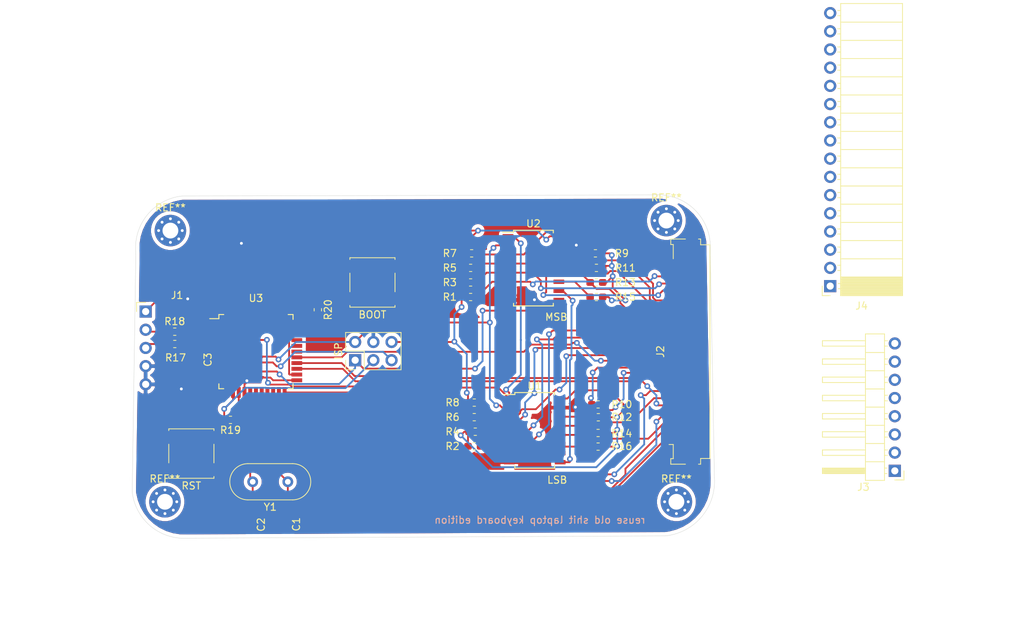
<source format=kicad_pcb>
(kicad_pcb (version 20171130) (host pcbnew 5.1.9+dfsg1-1)
  (layers (0 F.Cu signal) (31 B.Cu signal) (34 B.Paste user) (35 F.Paste user) (36 B.SilkS user) (37 F.SilkS user) (38 B.Mask user) (39 F.Mask user) (44 Edge.Cuts user))
  (net 0 "")
  (net 1 VCC)
  (net 2 "Net-(R18-Pad2)")
  (net 3 "Net-(R17-Pad2)")
  (net 4 GND)
  (net 5 "Net-(C3-Pad2)")
  (net 6 SS)
  (net 7 SCK)
  (net 8 MOSI)
  (net 9 MISO)
  (net 10 RESET)
  (net 11 "Net-(C2-Pad1)")
  (net 12 "Net-(C1-Pad1)")
  (net 13 /I0)
  (net 14 /I1)
  (net 15 /I2)
  (net 16 /I3)
  (net 17 /I5)
  (net 18 /I4)
  (net 19 /I6)
  (net 20 /I7)
  (net 21 BOOT)
  (net 22 "Net-(J1-Pad2)")
  (net 23 "Net-(J1-Pad3)")
  (net 24 /O0)
  (net 25 /O1)
  (net 26 /O2)
  (net 27 /O3)
  (net 28 /O4)
  (net 29 /O5)
  (net 30 /O6)
  (net 31 /O7)
  (net 32 /O8)
  (net 33 /O9)
  (net 34 /O10)
  (net 35 /O11)
  (net 36 /O12)
  (net 37 /O13)
  (net 38 /O14)
  (net 39 /O15)
  (net 40 "Net-(U1-Pad9)")
  (module MountingHole:MountingHole_2.2mm_M2_Pad_Via (layer F.Cu) (at 135.763 89.789)
    (fp_text reference REF** (at 0 -3.2) (layer F.SilkS))
    (fp_text value MountingHole_2.2mm_M2_Pad_Via)
    (pad 1 thru_hole circle (at 1.166726 -1.166726) (size 0.7 0.7) (drill 0.4) (layers *.Cu *.Mask))
    (pad 1 thru_hole circle (at 0 -1.65) (size 0.7 0.7) (drill 0.4) (layers *.Cu *.Mask))
    (pad 1 thru_hole circle (at -1.166726 -1.166726) (size 0.7 0.7) (drill 0.4) (layers *.Cu *.Mask))
    (pad 1 thru_hole circle (at -1.65 0) (size 0.7 0.7) (drill 0.4) (layers *.Cu *.Mask))
    (pad 1 thru_hole circle (at -1.166726 1.166726) (size 0.7 0.7) (drill 0.4) (layers *.Cu *.Mask))
    (pad 1 thru_hole circle (at 0 1.65) (size 0.7 0.7) (drill 0.4) (layers *.Cu *.Mask))
    (pad 1 thru_hole circle (at 1.166726 1.166726) (size 0.7 0.7) (drill 0.4) (layers *.Cu *.Mask))
    (pad 1 thru_hole circle (at 1.65 0) (size 0.7 0.7) (drill 0.4) (layers *.Cu *.Mask))
    (pad 1 thru_hole circle (at 0 0) (size 4.4 4.4) (drill 2.2) (layers *.Cu *.Mask))
  )
  (module MountingHole:MountingHole_2.2mm_M2_Pad_Via (layer F.Cu) (at 204.978 88.392)
    (fp_text reference REF** (at 0 -3.2) (layer F.SilkS))
    (fp_text value MountingHole_2.2mm_M2_Pad_Via)
    (pad 1 thru_hole circle (at 0 0) (size 4.4 4.4) (drill 2.2) (layers *.Cu *.Mask))
    (pad 1 thru_hole circle (at 1.65 0) (size 0.7 0.7) (drill 0.4) (layers *.Cu *.Mask))
    (pad 1 thru_hole circle (at 1.166726 1.166726) (size 0.7 0.7) (drill 0.4) (layers *.Cu *.Mask))
    (pad 1 thru_hole circle (at 0 1.65) (size 0.7 0.7) (drill 0.4) (layers *.Cu *.Mask))
    (pad 1 thru_hole circle (at -1.166726 1.166726) (size 0.7 0.7) (drill 0.4) (layers *.Cu *.Mask))
    (pad 1 thru_hole circle (at -1.65 0) (size 0.7 0.7) (drill 0.4) (layers *.Cu *.Mask))
    (pad 1 thru_hole circle (at -1.166726 -1.166726) (size 0.7 0.7) (drill 0.4) (layers *.Cu *.Mask))
    (pad 1 thru_hole circle (at 0 -1.65) (size 0.7 0.7) (drill 0.4) (layers *.Cu *.Mask))
    (pad 1 thru_hole circle (at 1.166726 -1.166726) (size 0.7 0.7) (drill 0.4) (layers *.Cu *.Mask))
  )
  (module MountingHole:MountingHole_2.2mm_M2_Pad_Via (layer F.Cu) (at 135.001 127.635)
    (fp_text reference REF** (at 0 -3.2) (layer F.SilkS))
    (fp_text value MountingHole_2.2mm_M2_Pad_Via)
    (pad 1 thru_hole circle (at 0 0) (size 4.4 4.4) (drill 2.2) (layers *.Cu *.Mask))
    (pad 1 thru_hole circle (at 1.65 0) (size 0.7 0.7) (drill 0.4) (layers *.Cu *.Mask))
    (pad 1 thru_hole circle (at 1.166726 1.166726) (size 0.7 0.7) (drill 0.4) (layers *.Cu *.Mask))
    (pad 1 thru_hole circle (at 0 1.65) (size 0.7 0.7) (drill 0.4) (layers *.Cu *.Mask))
    (pad 1 thru_hole circle (at -1.166726 1.166726) (size 0.7 0.7) (drill 0.4) (layers *.Cu *.Mask))
    (pad 1 thru_hole circle (at -1.65 0) (size 0.7 0.7) (drill 0.4) (layers *.Cu *.Mask))
    (pad 1 thru_hole circle (at -1.166726 -1.166726) (size 0.7 0.7) (drill 0.4) (layers *.Cu *.Mask))
    (pad 1 thru_hole circle (at 0 -1.65) (size 0.7 0.7) (drill 0.4) (layers *.Cu *.Mask))
    (pad 1 thru_hole circle (at 1.166726 -1.166726) (size 0.7 0.7) (drill 0.4) (layers *.Cu *.Mask))
  )
  (module MountingHole:MountingHole_2.2mm_M2_Pad_Via (layer F.Cu) (at 206.375 127.635)
    (fp_text reference REF** (at 0 -3.2) (layer F.SilkS))
    (fp_text value MountingHole_2.2mm_M2_Pad_Via)
    (pad 1 thru_hole circle (at 1.166726 -1.166726) (size 0.7 0.7) (drill 0.4) (layers *.Cu *.Mask))
    (pad 1 thru_hole circle (at 0 -1.65) (size 0.7 0.7) (drill 0.4) (layers *.Cu *.Mask))
    (pad 1 thru_hole circle (at -1.166726 -1.166726) (size 0.7 0.7) (drill 0.4) (layers *.Cu *.Mask))
    (pad 1 thru_hole circle (at -1.65 0) (size 0.7 0.7) (drill 0.4) (layers *.Cu *.Mask))
    (pad 1 thru_hole circle (at -1.166726 1.166726) (size 0.7 0.7) (drill 0.4) (layers *.Cu *.Mask))
    (pad 1 thru_hole circle (at 0 1.65) (size 0.7 0.7) (drill 0.4) (layers *.Cu *.Mask))
    (pad 1 thru_hole circle (at 1.166726 1.166726) (size 0.7 0.7) (drill 0.4) (layers *.Cu *.Mask))
    (pad 1 thru_hole circle (at 1.65 0) (size 0.7 0.7) (drill 0.4) (layers *.Cu *.Mask))
    (pad 1 thru_hole circle (at 0 0) (size 4.4 4.4) (drill 2.2) (layers *.Cu *.Mask))
  )
  (module Package_QFP:TQFP-44_10x10mm_P0.8mm (layer F.Cu) (at 147.701 106.68)
    (fp_text reference U3 (at 0 -7.45) (layer F.SilkS))
    (fp_text value ATmega32U4-AU)
    (pad 1 smd rect (at -5.7 -4) (size 1.5 0.55) (layers F.Cu F.Paste F.Mask))
    (pad 2 smd rect (at -5.7 -3.2) (size 1.5 0.55) (layers F.Cu F.Paste F.Mask) (net 1 VCC))
    (pad 3 smd rect (at -5.7 -2.4) (size 1.5 0.55) (layers F.Cu F.Paste F.Mask) (net 2 "Net-(R18-Pad2)"))
    (pad 4 smd rect (at -5.7 -1.6) (size 1.5 0.55) (layers F.Cu F.Paste F.Mask) (net 3 "Net-(R17-Pad2)"))
    (pad 5 smd rect (at -5.7 -0.8) (size 1.5 0.55) (layers F.Cu F.Paste F.Mask) (net 4 GND))
    (pad 6 smd rect (at -5.7 0) (size 1.5 0.55) (layers F.Cu F.Paste F.Mask) (net 5 "Net-(C3-Pad2)"))
    (pad 7 smd rect (at -5.7 0.8) (size 1.5 0.55) (layers F.Cu F.Paste F.Mask) (net 1 VCC))
    (pad 8 smd rect (at -5.7 1.6) (size 1.5 0.55) (layers F.Cu F.Paste F.Mask) (net 6 SS))
    (pad 9 smd rect (at -5.7 2.4) (size 1.5 0.55) (layers F.Cu F.Paste F.Mask) (net 7 SCK))
    (pad 10 smd rect (at -5.7 3.2) (size 1.5 0.55) (layers F.Cu F.Paste F.Mask) (net 8 MOSI))
    (pad 11 smd rect (at -5.7 4) (size 1.5 0.55) (layers F.Cu F.Paste F.Mask) (net 9 MISO))
    (pad 12 smd rect (at -4 5.7 90) (size 1.5 0.55) (layers F.Cu F.Paste F.Mask))
    (pad 13 smd rect (at -3.2 5.7 90) (size 1.5 0.55) (layers F.Cu F.Paste F.Mask) (net 10 RESET))
    (pad 14 smd rect (at -2.4 5.7 90) (size 1.5 0.55) (layers F.Cu F.Paste F.Mask) (net 1 VCC))
    (pad 15 smd rect (at -1.6 5.7 90) (size 1.5 0.55) (layers F.Cu F.Paste F.Mask) (net 4 GND))
    (pad 16 smd rect (at -0.8 5.7 90) (size 1.5 0.55) (layers F.Cu F.Paste F.Mask) (net 11 "Net-(C2-Pad1)"))
    (pad 17 smd rect (at 0 5.7 90) (size 1.5 0.55) (layers F.Cu F.Paste F.Mask) (net 12 "Net-(C1-Pad1)"))
    (pad 18 smd rect (at 0.8 5.7 90) (size 1.5 0.55) (layers F.Cu F.Paste F.Mask) (net 13 /I0))
    (pad 19 smd rect (at 1.6 5.7 90) (size 1.5 0.55) (layers F.Cu F.Paste F.Mask) (net 14 /I1))
    (pad 20 smd rect (at 2.4 5.7 90) (size 1.5 0.55) (layers F.Cu F.Paste F.Mask) (net 15 /I2))
    (pad 21 smd rect (at 3.2 5.7 90) (size 1.5 0.55) (layers F.Cu F.Paste F.Mask) (net 16 /I3))
    (pad 22 smd rect (at 4 5.7 90) (size 1.5 0.55) (layers F.Cu F.Paste F.Mask) (net 17 /I5))
    (pad 23 smd rect (at 5.7 4) (size 1.5 0.55) (layers F.Cu F.Paste F.Mask) (net 4 GND))
    (pad 24 smd rect (at 5.7 3.2) (size 1.5 0.55) (layers F.Cu F.Paste F.Mask) (net 1 VCC))
    (pad 25 smd rect (at 5.7 2.4) (size 1.5 0.55) (layers F.Cu F.Paste F.Mask) (net 18 /I4))
    (pad 26 smd rect (at 5.7 1.6) (size 1.5 0.55) (layers F.Cu F.Paste F.Mask) (net 19 /I6))
    (pad 27 smd rect (at 5.7 0.8) (size 1.5 0.55) (layers F.Cu F.Paste F.Mask) (net 20 /I7))
    (pad 28 smd rect (at 5.7 0) (size 1.5 0.55) (layers F.Cu F.Paste F.Mask))
    (pad 29 smd rect (at 5.7 -0.8) (size 1.5 0.55) (layers F.Cu F.Paste F.Mask))
    (pad 30 smd rect (at 5.7 -1.6) (size 1.5 0.55) (layers F.Cu F.Paste F.Mask))
    (pad 31 smd rect (at 5.7 -2.4) (size 1.5 0.55) (layers F.Cu F.Paste F.Mask))
    (pad 32 smd rect (at 5.7 -3.2) (size 1.5 0.55) (layers F.Cu F.Paste F.Mask))
    (pad 33 smd rect (at 5.7 -4) (size 1.5 0.55) (layers F.Cu F.Paste F.Mask) (net 21 BOOT))
    (pad 34 smd rect (at 4 -5.7 90) (size 1.5 0.55) (layers F.Cu F.Paste F.Mask) (net 1 VCC))
    (pad 35 smd rect (at 3.2 -5.7 90) (size 1.5 0.55) (layers F.Cu F.Paste F.Mask) (net 4 GND))
    (pad 36 smd rect (at 2.4 -5.7 90) (size 1.5 0.55) (layers F.Cu F.Paste F.Mask))
    (pad 37 smd rect (at 1.6 -5.7 90) (size 1.5 0.55) (layers F.Cu F.Paste F.Mask))
    (pad 38 smd rect (at 0.8 -5.7 90) (size 1.5 0.55) (layers F.Cu F.Paste F.Mask))
    (pad 39 smd rect (at 0 -5.7 90) (size 1.5 0.55) (layers F.Cu F.Paste F.Mask))
    (pad 40 smd rect (at -0.8 -5.7 90) (size 1.5 0.55) (layers F.Cu F.Paste F.Mask))
    (pad 41 smd rect (at -1.6 -5.7 90) (size 1.5 0.55) (layers F.Cu F.Paste F.Mask))
    (pad 42 smd rect (at -2.4 -5.7 90) (size 1.5 0.55) (layers F.Cu F.Paste F.Mask))
    (pad 43 smd rect (at -3.2 -5.7 90) (size 1.5 0.55) (layers F.Cu F.Paste F.Mask) (net 4 GND))
    (pad 44 smd rect (at -4 -5.7 90) (size 1.5 0.55) (layers F.Cu F.Paste F.Mask) (net 1 VCC))
  )
  (module Connector_PinHeader_2.54mm:PinHeader_1x05_P2.54mm_Horizontal (layer F.Cu) (at 132.3086 101.08692)
    (fp_text reference J1 (at 4.385 -2.27) (layer F.SilkS))
    (fp_text value USB_A)
    (pad 1 thru_hole rect (at 0 0) (size 1.7 1.7) (drill 1) (layers *.Cu *.Mask) (net 1 VCC))
    (pad 2 thru_hole oval (at 0 2.54) (size 1.7 1.7) (drill 1) (layers *.Cu *.Mask) (net 22 "Net-(J1-Pad2)"))
    (pad 3 thru_hole oval (at 0 5.08) (size 1.7 1.7) (drill 1) (layers *.Cu *.Mask) (net 23 "Net-(J1-Pad3)"))
    (pad 4 thru_hole oval (at 0 7.62) (size 1.7 1.7) (drill 1) (layers *.Cu *.Mask) (net 4 GND))
    (pad 5 thru_hole oval (at 0 10.16) (size 1.7 1.7) (drill 1) (layers *.Cu *.Mask) (net 4 GND))
  )
  (module Capacitor_SMD:C_0402_handSoldering (layer F.Cu) (at 152.16124 130.77952 270)
    (fp_text reference C1 (at 0 -1.17 90) (layer F.SilkS))
    (fp_text value C)
    (pad 2 smd roundrect (at 0.7 0 270) (size 1 0.64) (layers F.Cu F.Paste F.Mask) (net 4 GND))
    (pad 1 smd roundrect (at -0.7 0 270) (size 1 0.64) (layers F.Cu F.Paste F.Mask) (net 12 "Net-(C1-Pad1)"))
  )
  (module Capacitor_SMD:C_0402_handSoldering (layer F.Cu) (at 147.24888 130.82524 270)
    (fp_text reference C2 (at 0 -1.17 90) (layer F.SilkS))
    (fp_text value C)
    (pad 1 smd roundrect (at -0.7 0 270) (size 1 0.64) (layers F.Cu F.Paste F.Mask) (net 11 "Net-(C2-Pad1)"))
    (pad 2 smd roundrect (at 0.7 0 270) (size 1 0.64) (layers F.Cu F.Paste F.Mask) (net 4 GND))
  )
  (module Capacitor_SMD:C_0402_handSoldering (layer F.Cu) (at 139.81684 107.8088 270)
    (fp_text reference C3 (at 0 -1.17 90) (layer F.SilkS))
    (fp_text value 1uF)
    (pad 2 smd roundrect (at 0.7 0 270) (size 1 0.64) (layers F.Cu F.Paste F.Mask) (net 5 "Net-(C3-Pad2)"))
    (pad 1 smd roundrect (at -0.7 0 270) (size 1 0.64) (layers F.Cu F.Paste F.Mask) (net 4 GND))
  )
  (module Connector_PinHeader_2.54mm:PinHeader_1x08_P2.54mm_Horizontal (layer F.Cu) (at 236.855 123.317 180)
    (fp_text reference J3 (at 4.385 -2.27) (layer F.SilkS))
    (fp_text value Conn_01x08)
    (pad 1 thru_hole rect (at 0 0 180) (size 1.7 1.7) (drill 1) (layers *.Cu *.Mask) (net 13 /I0))
    (pad 2 thru_hole oval (at 0 2.54 180) (size 1.7 1.7) (drill 1) (layers *.Cu *.Mask) (net 14 /I1))
    (pad 3 thru_hole oval (at 0 5.08 180) (size 1.7 1.7) (drill 1) (layers *.Cu *.Mask) (net 15 /I2))
    (pad 4 thru_hole oval (at 0 7.62 180) (size 1.7 1.7) (drill 1) (layers *.Cu *.Mask) (net 16 /I3))
    (pad 5 thru_hole oval (at 0 10.16 180) (size 1.7 1.7) (drill 1) (layers *.Cu *.Mask) (net 18 /I4))
    (pad 6 thru_hole oval (at 0 12.7 180) (size 1.7 1.7) (drill 1) (layers *.Cu *.Mask) (net 17 /I5))
    (pad 7 thru_hole oval (at 0 15.24 180) (size 1.7 1.7) (drill 1) (layers *.Cu *.Mask) (net 19 /I6))
    (pad 8 thru_hole oval (at 0 17.78 180) (size 1.7 1.7) (drill 1) (layers *.Cu *.Mask) (net 20 /I7))
  )
  (module Connector_PinSocket_2.54mm:PinSocket_1x16_P2.54mm_Horizontal (layer F.Cu) (at 227.838 97.536 180)
    (fp_text reference J4 (at -4.38 -2.77) (layer F.SilkS))
    (fp_text value Conn_01x16)
    (pad 1 thru_hole rect (at 0 0 180) (size 1.7 1.7) (drill 1) (layers *.Cu *.Mask) (net 24 /O0))
    (pad 2 thru_hole oval (at 0 2.54 180) (size 1.7 1.7) (drill 1) (layers *.Cu *.Mask) (net 25 /O1))
    (pad 3 thru_hole oval (at 0 5.08 180) (size 1.7 1.7) (drill 1) (layers *.Cu *.Mask) (net 26 /O2))
    (pad 4 thru_hole oval (at 0 7.62 180) (size 1.7 1.7) (drill 1) (layers *.Cu *.Mask) (net 27 /O3))
    (pad 5 thru_hole oval (at 0 10.16 180) (size 1.7 1.7) (drill 1) (layers *.Cu *.Mask) (net 28 /O4))
    (pad 6 thru_hole oval (at 0 12.7 180) (size 1.7 1.7) (drill 1) (layers *.Cu *.Mask) (net 29 /O5))
    (pad 7 thru_hole oval (at 0 15.24 180) (size 1.7 1.7) (drill 1) (layers *.Cu *.Mask) (net 30 /O6))
    (pad 8 thru_hole oval (at 0 17.78 180) (size 1.7 1.7) (drill 1) (layers *.Cu *.Mask) (net 31 /O7))
    (pad 9 thru_hole oval (at 0 20.32 180) (size 1.7 1.7) (drill 1) (layers *.Cu *.Mask) (net 32 /O8))
    (pad 10 thru_hole oval (at 0 22.86 180) (size 1.7 1.7) (drill 1) (layers *.Cu *.Mask) (net 33 /O9))
    (pad 11 thru_hole oval (at 0 25.4 180) (size 1.7 1.7) (drill 1) (layers *.Cu *.Mask) (net 34 /O10))
    (pad 12 thru_hole oval (at 0 27.94 180) (size 1.7 1.7) (drill 1) (layers *.Cu *.Mask) (net 35 /O11))
    (pad 13 thru_hole oval (at 0 30.48 180) (size 1.7 1.7) (drill 1) (layers *.Cu *.Mask) (net 36 /O12))
    (pad 14 thru_hole oval (at 0 33.02 180) (size 1.7 1.7) (drill 1) (layers *.Cu *.Mask) (net 37 /O13))
    (pad 15 thru_hole oval (at 0 35.56 180) (size 1.7 1.7) (drill 1) (layers *.Cu *.Mask) (net 38 /O14))
    (pad 16 thru_hole oval (at 0 38.1 180) (size 1.7 1.7) (drill 1) (layers *.Cu *.Mask) (net 39 /O15))
  )
  (module Connector_PinHeader_2.54mm:PinHeader_2x03_P2.54mm_Vertical (layer F.Cu) (at 161.544 107.87888 90)
    (fp_text reference ISP (at 1.27 -2.33 90) (layer F.SilkS))
    (fp_text value Conn_02x03_Counter_Clockwise_MountingPin)
    (pad 1 thru_hole rect (at 0 0 90) (size 1.7 1.7) (drill 1) (layers *.Cu *.Mask) (net 9 MISO))
    (pad 2 thru_hole oval (at 2.54 0 90) (size 1.7 1.7) (drill 1) (layers *.Cu *.Mask) (net 7 SCK))
    (pad 3 thru_hole oval (at 0 2.54 90) (size 1.7 1.7) (drill 1) (layers *.Cu *.Mask) (net 10 RESET))
    (pad 4 thru_hole oval (at 2.54 2.54 90) (size 1.7 1.7) (drill 1) (layers *.Cu *.Mask) (net 4 GND))
    (pad 5 thru_hole oval (at 0 5.08 90) (size 1.7 1.7) (drill 1) (layers *.Cu *.Mask) (net 8 MOSI))
    (pad 6 thru_hole oval (at 2.54 5.08 90) (size 1.7 1.7) (drill 1) (layers *.Cu *.Mask) (net 1 VCC))
  )
  (module Resistor_SMD:R_0603_1608Metric_Pad1.05x0.95mm_HandSolder (layer F.Cu) (at 177.659 99.06)
    (fp_text reference R1 (at -2.907 0) (layer F.SilkS))
    (fp_text value R)
    (pad 1 smd roundrect (at -0.875 0) (size 1.05 0.95) (layers F.Cu F.Paste F.Mask) (net 1 VCC))
    (pad 2 smd roundrect (at 0.875 0) (size 1.05 0.95) (layers F.Cu F.Paste F.Mask) (net 39 /O15))
  )
  (module Resistor_SMD:R_0603_1608Metric_Pad1.05x0.95mm_HandSolder (layer F.Cu) (at 178.167 119.888)
    (fp_text reference R2 (at -3.034 0) (layer F.SilkS))
    (fp_text value R)
    (pad 1 smd roundrect (at -0.875 0) (size 1.05 0.95) (layers F.Cu F.Paste F.Mask) (net 1 VCC))
    (pad 2 smd roundrect (at 0.875 0) (size 1.05 0.95) (layers F.Cu F.Paste F.Mask) (net 31 /O7))
  )
  (module Resistor_SMD:R_0603_1608Metric_Pad1.05x0.95mm_HandSolder (layer F.Cu) (at 177.659 97.028)
    (fp_text reference R3 (at -2.907 0) (layer F.SilkS))
    (fp_text value R)
    (pad 2 smd roundrect (at 0.875 0) (size 1.05 0.95) (layers F.Cu F.Paste F.Mask) (net 38 /O14))
    (pad 1 smd roundrect (at -0.875 0) (size 1.05 0.95) (layers F.Cu F.Paste F.Mask) (net 1 VCC))
  )
  (module Resistor_SMD:R_0603_1608Metric_Pad1.05x0.95mm_HandSolder (layer F.Cu) (at 178.308 117.856)
    (fp_text reference R4 (at -3.175 0) (layer F.SilkS))
    (fp_text value R)
    (pad 1 smd roundrect (at -0.875 0) (size 1.05 0.95) (layers F.Cu F.Paste F.Mask) (net 1 VCC))
    (pad 2 smd roundrect (at 0.875 0) (size 1.05 0.95) (layers F.Cu F.Paste F.Mask) (net 30 /O6))
  )
  (module Resistor_SMD:R_0603_1608Metric_Pad1.05x0.95mm_HandSolder (layer F.Cu) (at 177.659 94.996)
    (fp_text reference R5 (at -2.907 0) (layer F.SilkS))
    (fp_text value R)
    (pad 1 smd roundrect (at -0.875 0) (size 1.05 0.95) (layers F.Cu F.Paste F.Mask) (net 1 VCC))
    (pad 2 smd roundrect (at 0.875 0) (size 1.05 0.95) (layers F.Cu F.Paste F.Mask) (net 37 /O13))
  )
  (module Resistor_SMD:R_0603_1608Metric_Pad1.05x0.95mm_HandSolder (layer F.Cu) (at 178.167 115.824)
    (fp_text reference R6 (at -3.034 0) (layer F.SilkS))
    (fp_text value R)
    (pad 2 smd roundrect (at 0.875 0) (size 1.05 0.95) (layers F.Cu F.Paste F.Mask) (net 29 /O5))
    (pad 1 smd roundrect (at -0.875 0) (size 1.05 0.95) (layers F.Cu F.Paste F.Mask) (net 1 VCC))
  )
  (module Resistor_SMD:R_0603_1608Metric_Pad1.05x0.95mm_HandSolder (layer F.Cu) (at 177.8 92.964)
    (fp_text reference R7 (at -3.048 0) (layer F.SilkS))
    (fp_text value R)
    (pad 2 smd roundrect (at 0.875 0) (size 1.05 0.95) (layers F.Cu F.Paste F.Mask) (net 36 /O12))
    (pad 1 smd roundrect (at -0.875 0) (size 1.05 0.95) (layers F.Cu F.Paste F.Mask) (net 1 VCC))
  )
  (module Resistor_SMD:R_0603_1608Metric_Pad1.05x0.95mm_HandSolder (layer F.Cu) (at 178.167 113.792)
    (fp_text reference R8 (at -3.034 0) (layer F.SilkS))
    (fp_text value R)
    (pad 1 smd roundrect (at -0.875 0) (size 1.05 0.95) (layers F.Cu F.Paste F.Mask) (net 1 VCC))
    (pad 2 smd roundrect (at 0.875 0) (size 1.05 0.95) (layers F.Cu F.Paste F.Mask) (net 28 /O4))
  )
  (module Resistor_SMD:R_0603_1608Metric_Pad1.05x0.95mm_HandSolder (layer F.Cu) (at 195.072 92.964 180)
    (fp_text reference R9 (at -3.683 0) (layer F.SilkS))
    (fp_text value R)
    (pad 1 smd roundrect (at -0.875 0 180) (size 1.05 0.95) (layers F.Cu F.Paste F.Mask) (net 1 VCC))
    (pad 2 smd roundrect (at 0.875 0 180) (size 1.05 0.95) (layers F.Cu F.Paste F.Mask) (net 35 /O11))
  )
  (module Resistor_SMD:R_0603_1608Metric_Pad1.05x0.95mm_HandSolder (layer F.Cu) (at 195.453 114.046 180)
    (fp_text reference R10 (at -3.302 0) (layer F.SilkS))
    (fp_text value R)
    (pad 2 smd roundrect (at 0.875 0 180) (size 1.05 0.95) (layers F.Cu F.Paste F.Mask) (net 27 /O3))
    (pad 1 smd roundrect (at -0.875 0 180) (size 1.05 0.95) (layers F.Cu F.Paste F.Mask) (net 1 VCC))
  )
  (module Resistor_SMD:R_0603_1608Metric_Pad1.05x0.95mm_HandSolder (layer F.Cu) (at 195.213 94.996 180)
    (fp_text reference R11 (at -4.05 0) (layer F.SilkS))
    (fp_text value R)
    (pad 2 smd roundrect (at 0.875 0 180) (size 1.05 0.95) (layers F.Cu F.Paste F.Mask) (net 34 /O10))
    (pad 1 smd roundrect (at -0.875 0 180) (size 1.05 0.95) (layers F.Cu F.Paste F.Mask) (net 1 VCC))
  )
  (module Resistor_SMD:R_0603_1608Metric_Pad1.05x0.95mm_HandSolder (layer F.Cu) (at 195.4784 115.83924 180)
    (fp_text reference R12 (at -3.2766 0.01524) (layer F.SilkS))
    (fp_text value R)
    (pad 1 smd roundrect (at -0.875 0 180) (size 1.05 0.95) (layers F.Cu F.Paste F.Mask) (net 1 VCC))
    (pad 2 smd roundrect (at 0.875 0 180) (size 1.05 0.95) (layers F.Cu F.Paste F.Mask) (net 26 /O2))
  )
  (module Resistor_SMD:R_0603_1608Metric_Pad1.05x0.95mm_HandSolder (layer F.Cu) (at 195.213 97.028 180)
    (fp_text reference R13 (at -4.05 0) (layer F.SilkS))
    (fp_text value R)
    (pad 1 smd roundrect (at -0.875 0 180) (size 1.05 0.95) (layers F.Cu F.Paste F.Mask) (net 1 VCC))
    (pad 2 smd roundrect (at 0.875 0 180) (size 1.05 0.95) (layers F.Cu F.Paste F.Mask) (net 33 /O9))
  )
  (module Resistor_SMD:R_0603_1608Metric_Pad1.05x0.95mm_HandSolder (layer F.Cu) (at 195.44916 118.0338 180)
    (fp_text reference R14 (at -3.30584 -0.0762) (layer F.SilkS))
    (fp_text value R)
    (pad 2 smd roundrect (at 0.875 0 180) (size 1.05 0.95) (layers F.Cu F.Paste F.Mask) (net 25 /O1))
    (pad 1 smd roundrect (at -0.875 0 180) (size 1.05 0.95) (layers F.Cu F.Paste F.Mask) (net 1 VCC))
  )
  (module Resistor_SMD:R_0603_1608Metric_Pad1.05x0.95mm_HandSolder (layer F.Cu) (at 195.213 99.06 180)
    (fp_text reference R15 (at -4.05 0) (layer F.SilkS))
    (fp_text value R)
    (pad 2 smd roundrect (at 0.875 0 180) (size 1.05 0.95) (layers F.Cu F.Paste F.Mask) (net 32 /O8))
    (pad 1 smd roundrect (at -0.875 0 180) (size 1.05 0.95) (layers F.Cu F.Paste F.Mask) (net 1 VCC))
  )
  (module Resistor_SMD:R_0603_1608Metric_Pad1.05x0.95mm_HandSolder (layer F.Cu) (at 195.44916 119.93372 180)
    (fp_text reference R16 (at -3.30584 0.04572) (layer F.SilkS))
    (fp_text value R)
    (pad 1 smd roundrect (at -0.875 0 180) (size 1.05 0.95) (layers F.Cu F.Paste F.Mask) (net 1 VCC))
    (pad 2 smd roundrect (at 0.875 0 180) (size 1.05 0.95) (layers F.Cu F.Paste F.Mask) (net 24 /O0))
  )
  (module Resistor_SMD:R_0603_1608Metric_Pad1.05x0.95mm_HandSolder (layer F.Cu) (at 136.3726 105.61828)
    (fp_text reference R17 (at 0.10668 1.91516) (layer F.SilkS))
    (fp_text value R)
    (pad 2 smd roundrect (at 0.875 0) (size 1.05 0.95) (layers F.Cu F.Paste F.Mask) (net 3 "Net-(R17-Pad2)"))
    (pad 1 smd roundrect (at -0.875 0) (size 1.05 0.95) (layers F.Cu F.Paste F.Mask) (net 23 "Net-(J1-Pad3)"))
  )
  (module Resistor_SMD:R_0603_1608Metric_Pad1.05x0.95mm_HandSolder (layer F.Cu) (at 136.36752 103.89616)
    (fp_text reference R18 (at 0 -1.43) (layer F.SilkS))
    (fp_text value R)
    (pad 2 smd roundrect (at 0.875 0) (size 1.05 0.95) (layers F.Cu F.Paste F.Mask) (net 2 "Net-(R18-Pad2)"))
    (pad 1 smd roundrect (at -0.875 0) (size 1.05 0.95) (layers F.Cu F.Paste F.Mask) (net 22 "Net-(J1-Pad2)"))
  )
  (module Resistor_SMD:R_0603_1608Metric_Pad1.05x0.95mm_HandSolder (layer F.Cu) (at 144.145 116.205 180)
    (fp_text reference R19 (at 0 -1.43) (layer F.SilkS))
    (fp_text value R)
    (pad 1 smd roundrect (at -0.875 0 180) (size 1.05 0.95) (layers F.Cu F.Paste F.Mask) (net 1 VCC))
    (pad 2 smd roundrect (at 0.875 0 180) (size 1.05 0.95) (layers F.Cu F.Paste F.Mask) (net 10 RESET))
  )
  (module Resistor_SMD:R_0603_1608Metric_Pad1.05x0.95mm_HandSolder (layer F.Cu) (at 156.337 100.838 270)
    (fp_text reference R20 (at 0 -1.43 90) (layer F.SilkS))
    (fp_text value R)
    (pad 2 smd roundrect (at 0.875 0 270) (size 1.05 0.95) (layers F.Cu F.Paste F.Mask) (net 21 BOOT))
    (pad 1 smd roundrect (at -0.875 0 270) (size 1.05 0.95) (layers F.Cu F.Paste F.Mask) (net 1 VCC))
  )
  (module Button_Switch_SMD:SW_SPST_B3S-1000 (layer F.Cu) (at 138.684 120.904 180)
    (fp_text reference RST (at 0 -4.5) (layer F.SilkS))
    (fp_text value SW_Push)
    (pad 1 smd rect (at -3.975 -2.25 180) (size 1.55 1.3) (layers F.Cu F.Paste F.Mask) (net 4 GND))
    (pad 1 smd rect (at 3.975 -2.25 180) (size 1.55 1.3) (layers F.Cu F.Paste F.Mask) (net 4 GND))
    (pad 2 smd rect (at -3.975 2.25 180) (size 1.55 1.3) (layers F.Cu F.Paste F.Mask) (net 10 RESET))
    (pad 2 smd rect (at 3.975 2.25 180) (size 1.55 1.3) (layers F.Cu F.Paste F.Mask) (net 10 RESET))
  )
  (module Button_Switch_SMD:SW_SPST_B3S-1000 (layer F.Cu) (at 163.957 97.028 180)
    (fp_text reference BOOT (at 0 -4.5) (layer F.SilkS))
    (fp_text value SW_Push)
    (pad 2 smd rect (at 3.975 2.25 180) (size 1.55 1.3) (layers F.Cu F.Paste F.Mask) (net 4 GND))
    (pad 2 smd rect (at -3.975 2.25 180) (size 1.55 1.3) (layers F.Cu F.Paste F.Mask) (net 4 GND))
    (pad 1 smd rect (at 3.975 -2.25 180) (size 1.55 1.3) (layers F.Cu F.Paste F.Mask) (net 21 BOOT))
    (pad 1 smd rect (at -3.975 -2.25 180) (size 1.55 1.3) (layers F.Cu F.Paste F.Mask) (net 21 BOOT))
  )
  (module Package_SO:SOIC-16W_5.3x10.2mm_P1.27mm (layer F.Cu) (at 186.60364 117.66804)
    (fp_text reference U1 (at 0 -6.2) (layer F.SilkS))
    (fp_text value 74LS165)
    (pad 16 smd rect (at 3.55 -4.445) (size 1.5 0.6) (layers F.Cu F.Paste F.Mask) (net 1 VCC))
    (pad 15 smd rect (at 3.55 -3.175) (size 1.5 0.6) (layers F.Cu F.Paste F.Mask) (net 4 GND))
    (pad 14 smd rect (at 3.55 -1.905) (size 1.5 0.6) (layers F.Cu F.Paste F.Mask) (net 27 /O3))
    (pad 13 smd rect (at 3.55 -0.635) (size 1.5 0.6) (layers F.Cu F.Paste F.Mask) (net 26 /O2))
    (pad 12 smd rect (at 3.55 0.635) (size 1.5 0.6) (layers F.Cu F.Paste F.Mask) (net 25 /O1))
    (pad 11 smd rect (at 3.55 1.905) (size 1.5 0.6) (layers F.Cu F.Paste F.Mask) (net 24 /O0))
    (pad 10 smd rect (at 3.55 3.175) (size 1.5 0.6) (layers F.Cu F.Paste F.Mask))
    (pad 9 smd rect (at 3.55 4.445) (size 1.5 0.6) (layers F.Cu F.Paste F.Mask) (net 40 "Net-(U1-Pad9)"))
    (pad 8 smd rect (at -3.55 4.445) (size 1.5 0.6) (layers F.Cu F.Paste F.Mask) (net 4 GND))
    (pad 7 smd rect (at -3.55 3.175) (size 1.5 0.6) (layers F.Cu F.Paste F.Mask))
    (pad 6 smd rect (at -3.55 1.905) (size 1.5 0.6) (layers F.Cu F.Paste F.Mask) (net 31 /O7))
    (pad 5 smd rect (at -3.55 0.635) (size 1.5 0.6) (layers F.Cu F.Paste F.Mask) (net 30 /O6))
    (pad 4 smd rect (at -3.55 -0.635) (size 1.5 0.6) (layers F.Cu F.Paste F.Mask) (net 29 /O5))
    (pad 3 smd rect (at -3.55 -1.905) (size 1.5 0.6) (layers F.Cu F.Paste F.Mask) (net 28 /O4))
    (pad 2 smd rect (at -3.55 -3.175) (size 1.5 0.6) (layers F.Cu F.Paste F.Mask) (net 7 SCK))
    (pad 1 smd rect (at -3.55 -4.445) (size 1.5 0.6) (layers F.Cu F.Paste F.Mask) (net 6 SS))
  )
  (module Package_SO:SOIC-16W_5.3x10.2mm_P1.27mm (layer F.Cu) (at 186.42076 95.02648)
    (fp_text reference U2 (at 0 -6.2) (layer F.SilkS))
    (fp_text value 74LS165)
    (pad 1 smd rect (at -3.55 -4.445) (size 1.5 0.6) (layers F.Cu F.Paste F.Mask) (net 6 SS))
    (pad 2 smd rect (at -3.55 -3.175) (size 1.5 0.6) (layers F.Cu F.Paste F.Mask) (net 7 SCK))
    (pad 3 smd rect (at -3.55 -1.905) (size 1.5 0.6) (layers F.Cu F.Paste F.Mask) (net 36 /O12))
    (pad 4 smd rect (at -3.55 -0.635) (size 1.5 0.6) (layers F.Cu F.Paste F.Mask) (net 37 /O13))
    (pad 5 smd rect (at -3.55 0.635) (size 1.5 0.6) (layers F.Cu F.Paste F.Mask) (net 38 /O14))
    (pad 6 smd rect (at -3.55 1.905) (size 1.5 0.6) (layers F.Cu F.Paste F.Mask) (net 39 /O15))
    (pad 7 smd rect (at -3.55 3.175) (size 1.5 0.6) (layers F.Cu F.Paste F.Mask))
    (pad 8 smd rect (at -3.55 4.445) (size 1.5 0.6) (layers F.Cu F.Paste F.Mask) (net 4 GND))
    (pad 9 smd rect (at 3.55 4.445) (size 1.5 0.6) (layers F.Cu F.Paste F.Mask) (net 9 MISO))
    (pad 10 smd rect (at 3.55 3.175) (size 1.5 0.6) (layers F.Cu F.Paste F.Mask) (net 40 "Net-(U1-Pad9)"))
    (pad 11 smd rect (at 3.55 1.905) (size 1.5 0.6) (layers F.Cu F.Paste F.Mask) (net 32 /O8))
    (pad 12 smd rect (at 3.55 0.635) (size 1.5 0.6) (layers F.Cu F.Paste F.Mask) (net 33 /O9))
    (pad 13 smd rect (at 3.55 -0.635) (size 1.5 0.6) (layers F.Cu F.Paste F.Mask) (net 34 /O10))
    (pad 14 smd rect (at 3.55 -1.905) (size 1.5 0.6) (layers F.Cu F.Paste F.Mask) (net 35 /O11))
    (pad 15 smd rect (at 3.55 -3.175) (size 1.5 0.6) (layers F.Cu F.Paste F.Mask) (net 4 GND))
    (pad 16 smd rect (at 3.55 -4.445) (size 1.5 0.6) (layers F.Cu F.Paste F.Mask) (net 1 VCC))
  )
  (module Crystal:Crystal_HC18-U_Vertical (layer F.Cu) (at 152.146 124.841 180)
    (fp_text reference Y1 (at 2.45 -3.525) (layer F.SilkS))
    (fp_text value Crystal)
    (pad 1 thru_hole circle (at 0 0 180) (size 1.5 1.5) (drill 0.8) (layers *.Cu *.Mask) (net 12 "Net-(C1-Pad1)"))
    (pad 2 thru_hole circle (at 4.9 0 180) (size 1.5 1.5) (drill 0.8) (layers *.Cu *.Mask) (net 11 "Net-(C2-Pad1)"))
  )
  (module Connector_Hirose:Molex_200528-0260_1x26-1MP_P1.00mm_Horizontal (layer F.Cu) (at 206.756 106.68 90)
    (fp_text reference J2 (at 0 -2.61 90) (layer F.SilkS))
    (fp_text value Conn_01x26)
    (pad MP smd rect (at -15.3 1.79 90) (size 2 1.3) (layers F.Cu F.Paste F.Mask))
    (pad MP smd rect (at 15.3 1.79 90) (size 2 1.3) (layers F.Cu F.Paste F.Mask))
    (pad 1 smd rect (at -12.5 -0.91 90) (size 0.4 1) (layers F.Cu F.Paste F.Mask) (net 13 /I0))
    (pad 2 smd rect (at -11.5 -0.91 90) (size 0.4 1) (layers F.Cu F.Paste F.Mask) (net 14 /I1))
    (pad 3 smd rect (at -10.5 -0.91 90) (size 0.4 1) (layers F.Cu F.Paste F.Mask) (net 15 /I2))
    (pad 4 smd rect (at -9.5 -0.91 90) (size 0.4 1) (layers F.Cu F.Paste F.Mask) (net 24 /O0))
    (pad 5 smd rect (at -8.5 -0.91 90) (size 0.4 1) (layers F.Cu F.Paste F.Mask) (net 16 /I3))
    (pad 6 smd rect (at -7.5 -0.91 90) (size 0.4 1) (layers F.Cu F.Paste F.Mask) (net 18 /I4))
    (pad 7 smd rect (at -6.5 -0.91 90) (size 0.4 1) (layers F.Cu F.Paste F.Mask) (net 25 /O1))
    (pad 8 smd rect (at -5.5 -0.91 90) (size 0.4 1) (layers F.Cu F.Paste F.Mask) (net 17 /I5))
    (pad 9 smd rect (at -4.5 -0.91 90) (size 0.4 1) (layers F.Cu F.Paste F.Mask) (net 19 /I6))
    (pad 10 smd rect (at -3.5 -0.91 90) (size 0.4 1) (layers F.Cu F.Paste F.Mask) (net 26 /O2))
    (pad 11 smd rect (at -2.5 -0.91 90) (size 0.4 1) (layers F.Cu F.Paste F.Mask) (net 27 /O3))
    (pad 12 smd rect (at -1.5 -0.91 90) (size 0.4 1) (layers F.Cu F.Paste F.Mask) (net 20 /I7))
    (pad 13 smd rect (at -0.5 -0.91 90) (size 0.4 1) (layers F.Cu F.Paste F.Mask) (net 28 /O4))
    (pad 14 smd rect (at 0.5 -0.91 90) (size 0.4 1) (layers F.Cu F.Paste F.Mask) (net 29 /O5))
    (pad 15 smd rect (at 1.5 -0.91 90) (size 0.4 1) (layers F.Cu F.Paste F.Mask) (net 30 /O6))
    (pad 16 smd rect (at 2.5 -0.91 90) (size 0.4 1) (layers F.Cu F.Paste F.Mask) (net 31 /O7))
    (pad 17 smd rect (at 3.5 -0.91 90) (size 0.4 1) (layers F.Cu F.Paste F.Mask) (net 32 /O8))
    (pad 18 smd rect (at 4.5 -0.91 90) (size 0.4 1) (layers F.Cu F.Paste F.Mask) (net 33 /O9))
    (pad 19 smd rect (at 5.5 -0.91 90) (size 0.4 1) (layers F.Cu F.Paste F.Mask) (net 34 /O10))
    (pad 20 smd rect (at 6.5 -0.91 90) (size 0.4 1) (layers F.Cu F.Paste F.Mask) (net 35 /O11))
    (pad 21 smd rect (at 7.5 -0.91 90) (size 0.4 1) (layers F.Cu F.Paste F.Mask) (net 36 /O12))
    (pad 22 smd rect (at 8.5 -0.91 90) (size 0.4 1) (layers F.Cu F.Paste F.Mask) (net 37 /O13))
    (pad 23 smd rect (at 9.5 -0.91 90) (size 0.4 1) (layers F.Cu F.Paste F.Mask) (net 38 /O14))
    (pad 24 smd rect (at 10.5 -0.91 90) (size 0.4 1) (layers F.Cu F.Paste F.Mask) (net 39 /O15))
    (pad 25 smd rect (at 11.5 -0.91 90) (size 0.4 1) (layers F.Cu F.Paste F.Mask))
    (pad 26 smd rect (at 12.5 -0.91 90) (size 0.4 1) (layers F.Cu F.Paste F.Mask))
  )
  (gr_text LSB (at 189.738 124.587) (layer F.SilkS) (effects (font (size 1 1))))
  (gr_text MSB (at 189.611 101.854) (layer F.SilkS) (effects (font (size 1 1))))
  (gr_text "reuse old shit laptop keyboard edition" (at 187.325 130.175) (layer B.SilkS) (effects (font (size 1 1)) (justify mirror)))
  (gr_line (start 130.911915 92.667646) (end 130.937 93.065915) (layer Edge.Cuts) (width 0.05))
  (gr_line (start 204.825915 132.39356) (end 138.133645 132.715) (layer Edge.Cuts) (width 0.05))
  (gr_line (start 203.369355 84.810915) (end 137.414 84.963001) (layer Edge.Cuts) (width 0.05))
  (gr_line (start 211.681326 124.310351) (end 211.074 91.313) (layer Edge.Cuts) (width 0.05))
  (gr_arc (start 204.063916 124.798646) (end 204.825915 132.39356) (angle -87.93846142) (layer Edge.Cuts) (width 0.05))
  (gr_arc (start 203.835001 92.074999) (end 211.074 91.313) (angle -87.6587821) (layer Edge.Cuts) (width 0.05))
  (gr_line (start 130.937 93.065915) (end 130.429 126.212915) (layer Edge.Cuts) (width 0.05))
  (gr_arc (start 137.667999 125.450916) (end 130.429 126.212915) (angle -87.6587821) (layer Edge.Cuts) (width 0.05))
  (gr_arc (start 138.175999 92.202) (end 137.414 84.963001) (angle -87.6587821) (layer Edge.Cuts) (width 0.05))
  (via (at 198.12 119.888) (size 0.8) (drill 0.4) (layers F.Cu B.Cu) (net 1))
  (segment (start 198.07428 119.93372) (end 198.12 119.888) (width 0.25) (layer F.Cu) (net 1))
  (segment (start 196.32416 119.93372) (end 198.07428 119.93372) (width 0.25) (layer F.Cu) (net 1))
  (segment (start 196.32416 118.0338) (end 197.65121 118.0338) (width 0.25) (layer F.Cu) (net 1))
  (segment (start 197.65121 118.0338) (end 198.12 117.56501) (width 0.25) (layer F.Cu) (net 1))
  (via (at 198.12 117.56501) (size 0.8) (drill 0.4) (layers F.Cu B.Cu) (net 1))
  (segment (start 198.12 119.888) (end 198.12 117.56501) (width 0.25) (layer B.Cu) (net 1))
  (segment (start 177.292 113.792) (end 177.292 115.824) (width 0.25) (layer F.Cu) (net 1))
  (segment (start 177.433 115.965) (end 177.292 115.824) (width 0.25) (layer F.Cu) (net 1))
  (segment (start 177.433 117.856) (end 177.433 115.965) (width 0.25) (layer F.Cu) (net 1))
  (segment (start 177.292 117.997) (end 177.433 117.856) (width 0.25) (layer F.Cu) (net 1))
  (segment (start 177.292 119.888) (end 177.292 117.997) (width 0.25) (layer F.Cu) (net 1))
  (segment (start 193.56448 90.58148) (end 195.947 92.964) (width 0.25) (layer F.Cu) (net 1))
  (segment (start 189.97076 90.58148) (end 193.56448 90.58148) (width 0.25) (layer F.Cu) (net 1))
  (via (at 188.214 91.059) (size 0.8) (drill 0.4) (layers F.Cu B.Cu) (net 1))
  (segment (start 189.97076 90.58148) (end 188.69152 90.58148) (width 0.25) (layer F.Cu) (net 1))
  (segment (start 188.69152 90.58148) (end 188.214 91.059) (width 0.25) (layer F.Cu) (net 1))
  (via (at 178.689 89.789) (size 0.8) (drill 0.4) (layers F.Cu B.Cu) (net 1))
  (segment (start 186.944 89.789) (end 178.689 89.789) (width 0.25) (layer B.Cu) (net 1))
  (segment (start 188.214 91.059) (end 186.944 89.789) (width 0.25) (layer B.Cu) (net 1))
  (segment (start 178.689 89.789) (end 176.911 91.567) (width 0.25) (layer F.Cu) (net 1))
  (segment (start 176.911 92.95) (end 176.925 92.964) (width 0.25) (layer F.Cu) (net 1))
  (segment (start 176.911 91.567) (end 176.911 92.95) (width 0.25) (layer F.Cu) (net 1))
  (segment (start 176.925 94.855) (end 176.784 94.996) (width 0.25) (layer F.Cu) (net 1))
  (segment (start 176.925 92.964) (end 176.925 94.855) (width 0.25) (layer F.Cu) (net 1))
  (segment (start 176.784 94.996) (end 176.784 97.028) (width 0.25) (layer F.Cu) (net 1))
  (segment (start 176.784 97.028) (end 176.784 99.06) (width 0.25) (layer F.Cu) (net 1))
  (via (at 197.358 93.218) (size 0.8) (drill 0.4) (layers F.Cu B.Cu) (net 1))
  (segment (start 195.947 92.964) (end 197.104 92.964) (width 0.25) (layer F.Cu) (net 1))
  (segment (start 197.104 92.964) (end 197.358 93.218) (width 0.25) (layer F.Cu) (net 1))
  (segment (start 143.60652 89.789) (end 132.3086 101.08692) (width 0.25) (layer F.Cu) (net 1))
  (segment (start 178.689 89.789) (end 143.60652 89.789) (width 0.25) (layer F.Cu) (net 1))
  (segment (start 143.701 89.88348) (end 143.60652 89.789) (width 0.25) (layer F.Cu) (net 1))
  (segment (start 143.701 100.98) (end 143.701 89.88348) (width 0.25) (layer F.Cu) (net 1))
  (segment (start 143.001 103.48) (end 142.001 103.48) (width 0.25) (layer F.Cu) (net 1))
  (segment (start 143.701 102.78) (end 143.001 103.48) (width 0.25) (layer F.Cu) (net 1))
  (segment (start 143.701 100.98) (end 143.701 102.78) (width 0.25) (layer F.Cu) (net 1))
  (segment (start 143.701 106.78) (end 143.701 102.78) (width 0.25) (layer F.Cu) (net 1))
  (segment (start 143.001 107.48) (end 143.701 106.78) (width 0.25) (layer F.Cu) (net 1))
  (segment (start 142.001 107.48) (end 143.001 107.48) (width 0.25) (layer F.Cu) (net 1))
  (segment (start 150.901 102.78) (end 143.701 102.78) (width 0.25) (layer F.Cu) (net 1))
  (segment (start 151.701 101.98) (end 150.901 102.78) (width 0.25) (layer F.Cu) (net 1))
  (segment (start 151.701 100.98) (end 151.701 101.98) (width 0.25) (layer F.Cu) (net 1))
  (segment (start 145.301 115.924) (end 145.02 116.205) (width 0.25) (layer F.Cu) (net 1))
  (segment (start 145.301 112.38) (end 145.301 115.924) (width 0.25) (layer F.Cu) (net 1))
  (segment (start 151.701 100.98) (end 153.147 100.98) (width 0.25) (layer F.Cu) (net 1))
  (segment (start 155.32 100.98) (end 156.337 99.963) (width 0.25) (layer F.Cu) (net 1))
  (segment (start 151.701 100.98) (end 155.32 100.98) (width 0.25) (layer F.Cu) (net 1))
  (segment (start 176.784 117.856) (end 176.276 118.364) (width 0.25) (layer F.Cu) (net 1))
  (via (at 176.276 118.364) (size 0.8) (drill 0.4) (layers F.Cu B.Cu) (net 1))
  (segment (start 177.433 117.856) (end 176.784 117.856) (width 0.25) (layer F.Cu) (net 1))
  (segment (start 176.276 118.364) (end 180.721 122.809) (width 0.25) (layer B.Cu) (net 1))
  (segment (start 195.199 122.809) (end 198.12 119.888) (width 0.25) (layer B.Cu) (net 1))
  (segment (start 180.721 122.809) (end 195.199 122.809) (width 0.25) (layer B.Cu) (net 1))
  (via (at 197.484204 96.164968) (size 0.8) (drill 0.4) (layers F.Cu B.Cu) (net 1))
  (segment (start 196.369044 94.714956) (end 197.358 94.714956) (width 0.25) (layer F.Cu) (net 1))
  (segment (start 196.088 97.028) (end 196.621172 97.028) (width 0.25) (layer F.Cu) (net 1))
  (segment (start 196.88699 99.06) (end 197.358 99.53101) (width 0.25) (layer F.Cu) (net 1))
  (segment (start 197.484204 96.164968) (end 197.484204 97.752214) (width 0.25) (layer F.Cu) (net 1))
  (via (at 199.263 99.53101) (size 0.8) (drill 0.4) (layers F.Cu B.Cu) (net 1))
  (segment (start 199.263 99.53101) (end 197.358 99.53101) (width 0.25) (layer B.Cu) (net 1))
  (segment (start 196.088 99.06) (end 196.88699 99.06) (width 0.25) (layer F.Cu) (net 1))
  (segment (start 197.484204 97.752214) (end 199.263 99.53101) (width 0.25) (layer F.Cu) (net 1))
  (segment (start 196.621172 97.028) (end 197.484204 96.164968) (width 0.25) (layer F.Cu) (net 1))
  (segment (start 196.088 94.996) (end 196.369044 94.714956) (width 0.25) (layer F.Cu) (net 1))
  (via (at 197.358 99.53101) (size 0.8) (drill 0.4) (layers F.Cu B.Cu) (net 1))
  (segment (start 197.358 93.218) (end 197.358 94.714956) (width 0.25) (layer B.Cu) (net 1))
  (via (at 197.358 94.714956) (size 0.8) (drill 0.4) (layers F.Cu B.Cu) (net 1))
  (segment (start 197.484204 94.84116) (end 197.358 94.714956) (width 0.25) (layer B.Cu) (net 1))
  (segment (start 197.484204 96.164968) (end 197.484204 94.84116) (width 0.25) (layer B.Cu) (net 1))
  (via (at 175.387 105.283) (size 0.8) (drill 0.4) (layers F.Cu B.Cu) (net 1))
  (segment (start 175.33112 105.33888) (end 175.387 105.283) (width 0.25) (layer F.Cu) (net 1))
  (segment (start 166.624 105.33888) (end 175.33112 105.33888) (width 0.25) (layer F.Cu) (net 1))
  (via (at 176.403 100.457) (size 0.8) (drill 0.4) (layers F.Cu B.Cu) (net 1))
  (segment (start 175.387 101.473) (end 176.403 100.457) (width 0.25) (layer B.Cu) (net 1))
  (segment (start 175.387 105.283) (end 175.387 101.473) (width 0.25) (layer B.Cu) (net 1))
  (segment (start 176.403 99.441) (end 176.784 99.06) (width 0.25) (layer F.Cu) (net 1))
  (segment (start 176.403 100.457) (end 176.403 99.441) (width 0.25) (layer F.Cu) (net 1))
  (segment (start 140.925999 111.215001) (end 140.990999 111.280001) (width 0.25) (layer F.Cu) (net 1))
  (segment (start 141.190998 107.48) (end 140.925999 107.744999) (width 0.25) (layer F.Cu) (net 1))
  (segment (start 140.990999 111.280001) (end 144.284508 111.280001) (width 0.25) (layer F.Cu) (net 1))
  (segment (start 144.284508 111.280001) (end 144.309506 111.304999) (width 0.25) (layer F.Cu) (net 1))
  (segment (start 140.925999 107.744999) (end 140.925999 111.215001) (width 0.25) (layer F.Cu) (net 1))
  (segment (start 145.301 111.38) (end 145.301 112.38) (width 0.25) (layer F.Cu) (net 1))
  (segment (start 142.001 107.48) (end 141.190998 107.48) (width 0.25) (layer F.Cu) (net 1))
  (segment (start 145.225999 111.304999) (end 145.301 111.38) (width 0.25) (layer F.Cu) (net 1))
  (segment (start 144.309506 111.304999) (end 145.225999 111.304999) (width 0.25) (layer F.Cu) (net 1))
  (segment (start 152.401 109.88) (end 153.401 109.88) (width 0.25) (layer F.Cu) (net 1))
  (segment (start 152.325999 104.204999) (end 152.325999 109.804999) (width 0.25) (layer F.Cu) (net 1))
  (segment (start 152.325999 109.804999) (end 152.401 109.88) (width 0.25) (layer F.Cu) (net 1))
  (segment (start 150.901 102.78) (end 152.325999 104.204999) (width 0.25) (layer F.Cu) (net 1))
  (via (at 177.122122 112.427021) (size 0.8) (drill 0.4) (layers F.Cu B.Cu) (net 1))
  (segment (start 175.387 105.283) (end 177.122122 107.018122) (width 0.25) (layer B.Cu) (net 1))
  (segment (start 177.292 113.792) (end 177.292 112.596899) (width 0.25) (layer F.Cu) (net 1))
  (segment (start 177.122122 107.018122) (end 177.122122 112.427021) (width 0.25) (layer B.Cu) (net 1))
  (segment (start 177.292 112.596899) (end 177.122122 112.427021) (width 0.25) (layer F.Cu) (net 1))
  (segment (start 196.3534 115.83924) (end 198.10476 115.83924) (width 0.25) (layer F.Cu) (net 1))
  (segment (start 198.12 117.56501) (end 198.12 115.824) (width 0.25) (layer B.Cu) (net 1))
  (via (at 198.12 115.824) (size 0.8) (drill 0.4) (layers F.Cu B.Cu) (net 1))
  (segment (start 198.10476 115.83924) (end 198.12 115.824) (width 0.25) (layer F.Cu) (net 1))
  (segment (start 190.15364 113.22304) (end 191.15364 113.22304) (width 0.25) (layer F.Cu) (net 1))
  (segment (start 196.624373 112.456978) (end 196.624373 113.749627) (width 0.25) (layer F.Cu) (net 1))
  (segment (start 192.296702 112.079978) (end 196.247373 112.079978) (width 0.25) (layer F.Cu) (net 1))
  (segment (start 191.15364 113.22304) (end 192.296702 112.079978) (width 0.25) (layer F.Cu) (net 1))
  (segment (start 196.624373 113.749627) (end 196.328 114.046) (width 0.25) (layer F.Cu) (net 1))
  (segment (start 196.247373 112.079978) (end 196.624373 112.456978) (width 0.25) (layer F.Cu) (net 1))
  (segment (start 196.624373 112.456978) (end 197.419978 112.456978) (width 0.25) (layer F.Cu) (net 1))
  (segment (start 197.419978 112.456978) (end 199.009 114.046) (width 0.25) (layer F.Cu) (net 1))
  (segment (start 199.009 114.935) (end 198.12 115.824) (width 0.25) (layer F.Cu) (net 1))
  (segment (start 199.009 114.046) (end 199.009 114.935) (width 0.25) (layer F.Cu) (net 1))
  (segment (start 137.62636 104.28) (end 137.24252 103.89616) (width 0.25) (layer F.Cu) (net 2))
  (segment (start 142.001 104.28) (end 137.62636 104.28) (width 0.25) (layer F.Cu) (net 2))
  (segment (start 137.78588 105.08) (end 137.2476 105.61828) (width 0.25) (layer F.Cu) (net 3))
  (segment (start 142.001 105.08) (end 137.78588 105.08) (width 0.25) (layer F.Cu) (net 3))
  (segment (start 150.901 100.98) (end 150.901 99.085) (width 0.25) (layer F.Cu) (net 4))
  (segment (start 144.501 100.98) (end 144.501 99.847) (width 0.25) (layer F.Cu) (net 4))
  (via (at 137.287 111.887) (size 0.8) (drill 0.4) (layers F.Cu B.Cu) (net 4))
  (segment (start 142.001 105.88) (end 139.992 105.88) (width 0.25) (layer F.Cu) (net 4))
  (segment (start 139.81684 106.05516) (end 139.81684 107.1088) (width 0.25) (layer F.Cu) (net 4))
  (segment (start 139.992 105.88) (end 139.81684 106.05516) (width 0.25) (layer F.Cu) (net 4))
  (via (at 192.405 91.821) (size 0.8) (drill 0.4) (layers F.Cu B.Cu) (net 4))
  (via (at 186.563 99.441) (size 0.8) (drill 0.4) (layers F.Cu B.Cu) (net 4))
  (via (at 192.278 114.427) (size 0.8) (drill 0.4) (layers F.Cu B.Cu) (net 4))
  (via (at 145.669 91.567) (size 0.8) (drill 0.4) (layers F.Cu B.Cu) (net 4))
  (segment (start 146.48899 110.81301) (end 146.101 111.201) (width 0.25) (layer F.Cu) (net 4))
  (segment (start 147.12399 110.81301) (end 146.48899 110.81301) (width 0.25) (layer F.Cu) (net 4))
  (segment (start 147.632005 110.304995) (end 147.12399 110.81301) (width 0.25) (layer F.Cu) (net 4))
  (segment (start 149.722678 110.304995) (end 147.632005 110.304995) (width 0.25) (layer F.Cu) (net 4))
  (segment (start 153.401 110.68) (end 150.097683 110.68) (width 0.25) (layer F.Cu) (net 4))
  (segment (start 150.097683 110.68) (end 149.722678 110.304995) (width 0.25) (layer F.Cu) (net 4))
  (segment (start 146.101 111.201) (end 146.101 112.38) (width 0.25) (layer F.Cu) (net 4))
  (via (at 146.431 110.744) (size 0.8) (drill 0.4) (layers F.Cu B.Cu) (net 4))
  (segment (start 146.48899 110.81301) (end 146.48899 110.80199) (width 0.25) (layer F.Cu) (net 4))
  (segment (start 146.48899 110.80199) (end 146.431 110.744) (width 0.25) (layer F.Cu) (net 4))
  (via (at 138.176 99.314) (size 0.8) (drill 0.4) (layers F.Cu B.Cu) (net 4))
  (segment (start 140.46185 107.409148) (end 141.190998 106.68) (width 0.25) (layer F.Cu) (net 5))
  (segment (start 141.190998 106.68) (end 142.001 106.68) (width 0.25) (layer F.Cu) (net 5))
  (segment (start 140.46185 107.86379) (end 140.46185 107.409148) (width 0.25) (layer F.Cu) (net 5))
  (segment (start 139.81684 108.5088) (end 140.46185 107.86379) (width 0.25) (layer F.Cu) (net 5))
  (via (at 184.658 91.567) (size 0.8) (drill 0.4) (layers F.Cu B.Cu) (net 6))
  (segment (start 183.67248 90.58148) (end 182.87076 90.58148) (width 0.25) (layer F.Cu) (net 6))
  (segment (start 184.658 91.567) (end 183.67248 90.58148) (width 0.25) (layer F.Cu) (net 6))
  (segment (start 184.658 91.567) (end 184.658 105.038521) (width 0.25) (layer B.Cu) (net 6))
  (segment (start 184.658 105.038521) (end 184.685469 105.06599) (width 0.25) (layer B.Cu) (net 6))
  (segment (start 146.226024 105.054976) (end 143.001 108.28) (width 0.25) (layer F.Cu) (net 6))
  (segment (start 149.199696 105.054976) (end 146.226024 105.054976) (width 0.25) (layer F.Cu) (net 6))
  (segment (start 143.001 108.28) (end 142.001 108.28) (width 0.25) (layer F.Cu) (net 6))
  (via (at 149.225 105.029) (size 0.8) (drill 0.4) (layers F.Cu B.Cu) (net 6))
  (segment (start 149.199696 105.054304) (end 149.225 105.029) (width 0.25) (layer F.Cu) (net 6))
  (segment (start 149.199696 105.054976) (end 149.199696 105.054304) (width 0.25) (layer F.Cu) (net 6))
  (segment (start 149.225 105.029) (end 149.225 110.880319) (width 0.25) (layer B.Cu) (net 6))
  (segment (start 149.225 110.880319) (end 149.374677 111.029996) (width 0.25) (layer B.Cu) (net 6))
  (via (at 149.374677 111.029996) (size 0.8) (drill 0.4) (layers F.Cu B.Cu) (net 6))
  (segment (start 181.532611 111.702011) (end 165.0406 111.702011) (width 0.25) (layer F.Cu) (net 6))
  (segment (start 165.0406 111.702011) (end 164.880568 111.541979) (width 0.25) (layer F.Cu) (net 6))
  (segment (start 164.880568 111.541979) (end 152.652977 111.541979) (width 0.25) (layer F.Cu) (net 6))
  (segment (start 152.652977 111.541979) (end 152.390999 111.280001) (width 0.25) (layer F.Cu) (net 6))
  (segment (start 149.624682 111.280001) (end 149.374677 111.029996) (width 0.25) (layer F.Cu) (net 6))
  (segment (start 183.05364 113.22304) (end 183.05364 112.421083) (width 0.25) (layer F.Cu) (net 6))
  (segment (start 183.05364 112.421083) (end 182.609567 111.97701) (width 0.25) (layer F.Cu) (net 6))
  (segment (start 183.05364 113.22304) (end 181.532611 111.702011) (width 0.25) (layer F.Cu) (net 6))
  (via (at 182.609567 111.97701) (size 0.8) (drill 0.4) (layers F.Cu B.Cu) (net 6))
  (segment (start 152.390999 111.280001) (end 149.624682 111.280001) (width 0.25) (layer F.Cu) (net 6))
  (segment (start 184.658 105.038521) (end 184.658 109.928577) (width 0.25) (layer B.Cu) (net 6))
  (segment (start 184.658 109.928577) (end 182.609567 111.97701) (width 0.25) (layer B.Cu) (net 6))
  (segment (start 183.05364 114.49304) (end 183.50364 114.49304) (width 0.25) (layer F.Cu) (net 7))
  (via (at 180.848 92.202) (size 0.8) (drill 0.4) (layers F.Cu B.Cu) (net 7))
  (segment (start 181.19852 91.85148) (end 180.848 92.202) (width 0.25) (layer F.Cu) (net 7))
  (segment (start 182.87076 91.85148) (end 181.19852 91.85148) (width 0.25) (layer F.Cu) (net 7))
  (segment (start 180.34 92.71) (end 180.34 101.6) (width 0.25) (layer B.Cu) (net 7))
  (segment (start 180.848 92.202) (end 180.34 92.71) (width 0.25) (layer B.Cu) (net 7))
  (segment (start 183.05364 114.49304) (end 182.05364 114.49304) (width 0.25) (layer F.Cu) (net 7))
  (via (at 181.229 114.173) (size 0.8) (drill 0.4) (layers F.Cu B.Cu) (net 7))
  (segment (start 180.34 113.284) (end 181.229 114.173) (width 0.25) (layer B.Cu) (net 7))
  (segment (start 181.7336 114.173) (end 182.05364 114.49304) (width 0.25) (layer F.Cu) (net 7))
  (segment (start 181.229 114.173) (end 181.7336 114.173) (width 0.25) (layer F.Cu) (net 7))
  (segment (start 161.544 105.33888) (end 164.26688 102.616) (width 0.25) (layer F.Cu) (net 7))
  (segment (start 164.26688 102.616) (end 180.34 102.616) (width 0.25) (layer F.Cu) (net 7))
  (via (at 180.34 102.616) (size 0.8) (drill 0.4) (layers F.Cu B.Cu) (net 7))
  (segment (start 180.34 102.616) (end 180.34 113.284) (width 0.25) (layer B.Cu) (net 7))
  (segment (start 180.34 101.6) (end 180.34 102.616) (width 0.25) (layer B.Cu) (net 7))
  (segment (start 161.544 105.33888) (end 153.28135 105.33888) (width 0.25) (layer B.Cu) (net 7))
  (via (at 150.846637 107.773593) (size 0.8) (drill 0.4) (layers F.Cu B.Cu) (net 7))
  (segment (start 153.28135 105.33888) (end 150.846637 107.773593) (width 0.25) (layer B.Cu) (net 7))
  (segment (start 146.947768 109.08) (end 148.654174 107.373594) (width 0.25) (layer F.Cu) (net 7))
  (segment (start 148.654174 107.373594) (end 150.446638 107.373594) (width 0.25) (layer F.Cu) (net 7))
  (segment (start 142.001 109.08) (end 146.947768 109.08) (width 0.25) (layer F.Cu) (net 7))
  (segment (start 150.446638 107.373594) (end 150.846637 107.773593) (width 0.25) (layer F.Cu) (net 7))
  (segment (start 151.150978 108.818022) (end 151.150978 108.726168) (width 0.25) (layer B.Cu) (net 8))
  (segment (start 151.003002 108.965998) (end 151.150978 108.818022) (width 0.25) (layer B.Cu) (net 8))
  (segment (start 153.173267 106.703879) (end 151.150978 108.726168) (width 0.25) (layer B.Cu) (net 8))
  (segment (start 165.448999 106.703879) (end 153.173267 106.703879) (width 0.25) (layer B.Cu) (net 8))
  (via (at 151.150978 108.726168) (size 0.8) (drill 0.4) (layers F.Cu B.Cu) (net 8))
  (segment (start 166.624 107.87888) (end 165.448999 106.703879) (width 0.25) (layer B.Cu) (net 8))
  (segment (start 150.585293 108.726168) (end 151.150978 108.726168) (width 0.25) (layer F.Cu) (net 8))
  (segment (start 150.052105 108.19298) (end 150.585293 108.726168) (width 0.25) (layer F.Cu) (net 8))
  (segment (start 148.471199 108.19298) (end 150.052105 108.19298) (width 0.25) (layer F.Cu) (net 8))
  (segment (start 147.095192 109.568987) (end 148.471199 108.19298) (width 0.25) (layer F.Cu) (net 8))
  (segment (start 145.896598 109.568987) (end 147.095192 109.568987) (width 0.25) (layer F.Cu) (net 8))
  (segment (start 145.585586 109.88) (end 145.896598 109.568987) (width 0.25) (layer F.Cu) (net 8))
  (segment (start 142.001 109.88) (end 145.585586 109.88) (width 0.25) (layer F.Cu) (net 8))
  (segment (start 162.719001 109.053881) (end 161.544 107.87888) (width 0.25) (layer F.Cu) (net 9))
  (via (at 179.324 100.965) (size 0.8) (drill 0.4) (layers F.Cu B.Cu) (net 9))
  (segment (start 179.324 107.998762) (end 178.268881 109.053881) (width 0.25) (layer B.Cu) (net 9))
  (via (at 178.268881 109.053881) (size 0.8) (drill 0.4) (layers F.Cu B.Cu) (net 9))
  (segment (start 179.324 100.965) (end 179.324 107.998762) (width 0.25) (layer B.Cu) (net 9))
  (segment (start 178.268881 109.053881) (end 162.719001 109.053881) (width 0.25) (layer F.Cu) (net 9))
  (segment (start 159.322615 111.200265) (end 152.348267 111.200265) (width 0.25) (layer B.Cu) (net 9))
  (via (at 151.003 109.854998) (size 0.8) (drill 0.4) (layers F.Cu B.Cu) (net 9))
  (segment (start 161.544 108.97888) (end 159.322615 111.200265) (width 0.25) (layer B.Cu) (net 9))
  (segment (start 161.544 107.87888) (end 161.544 108.97888) (width 0.25) (layer B.Cu) (net 9))
  (segment (start 152.348267 111.200265) (end 151.003 109.854998) (width 0.25) (layer B.Cu) (net 9))
  (segment (start 146.082998 110.018998) (end 147.281592 110.018998) (width 0.25) (layer F.Cu) (net 9))
  (segment (start 147.845591 109.454999) (end 150.603001 109.454999) (width 0.25) (layer F.Cu) (net 9))
  (segment (start 142.001 110.68) (end 145.421996 110.68) (width 0.25) (layer F.Cu) (net 9))
  (segment (start 145.421996 110.68) (end 146.082998 110.018998) (width 0.25) (layer F.Cu) (net 9))
  (segment (start 150.603001 109.454999) (end 151.003 109.854998) (width 0.25) (layer F.Cu) (net 9))
  (segment (start 147.281592 110.018998) (end 147.845591 109.454999) (width 0.25) (layer F.Cu) (net 9))
  (segment (start 188.02724 100.965) (end 179.889685 100.965) (width 0.25) (layer F.Cu) (net 9))
  (segment (start 189.97076 99.47148) (end 189.52076 99.47148) (width 0.25) (layer F.Cu) (net 9))
  (segment (start 189.52076 99.47148) (end 188.02724 100.965) (width 0.25) (layer F.Cu) (net 9))
  (segment (start 179.889685 100.965) (end 179.324 100.965) (width 0.25) (layer F.Cu) (net 9))
  (segment (start 144.501 112.38) (end 144.501 113.436) (width 0.25) (layer F.Cu) (net 10))
  (segment (start 143.27 114.667) (end 143.27 116.205) (width 0.25) (layer F.Cu) (net 10))
  (segment (start 144.501 113.436) (end 143.27 114.667) (width 0.25) (layer F.Cu) (net 10))
  (via (at 143.27 114.667) (size 0.8) (drill 0.4) (layers F.Cu B.Cu) (net 10))
  (segment (start 149.067786 111.723002) (end 146.213998 111.723002) (width 0.25) (layer B.Cu) (net 10))
  (segment (start 160.195967 111.766913) (end 149.111697 111.766913) (width 0.25) (layer B.Cu) (net 10))
  (segment (start 143.669999 114.267001) (end 143.27 114.667) (width 0.25) (layer B.Cu) (net 10))
  (segment (start 164.084 107.87888) (end 160.195967 111.766913) (width 0.25) (layer B.Cu) (net 10))
  (segment (start 146.213998 111.723002) (end 143.669999 114.267001) (width 0.25) (layer B.Cu) (net 10))
  (segment (start 149.111697 111.766913) (end 149.067786 111.723002) (width 0.25) (layer B.Cu) (net 10))
  (segment (start 143.27 118.043) (end 142.659 118.654) (width 0.25) (layer F.Cu) (net 10))
  (segment (start 143.27 116.205) (end 143.27 118.043) (width 0.25) (layer F.Cu) (net 10))
  (segment (start 142.659 118.654) (end 134.709 118.654) (width 0.25) (layer F.Cu) (net 10))
  (segment (start 146.901 124.496) (end 147.246 124.841) (width 0.25) (layer F.Cu) (net 11))
  (segment (start 146.901 112.38) (end 146.901 124.496) (width 0.25) (layer F.Cu) (net 11))
  (segment (start 147.246 130.12236) (end 147.24888 130.12524) (width 0.25) (layer F.Cu) (net 11))
  (segment (start 147.246 124.841) (end 147.246 130.12236) (width 0.25) (layer F.Cu) (net 11))
  (segment (start 147.701 120.396) (end 147.701 112.38) (width 0.25) (layer F.Cu) (net 12))
  (segment (start 152.146 124.841) (end 147.701 120.396) (width 0.25) (layer F.Cu) (net 12))
  (segment (start 152.146 130.06428) (end 152.16124 130.07952) (width 0.25) (layer F.Cu) (net 12))
  (segment (start 152.146 124.841) (end 152.146 130.06428) (width 0.25) (layer F.Cu) (net 12))
  (segment (start 152.810608 115.327021) (end 164.356587 126.873) (width 0.25) (layer F.Cu) (net 13))
  (segment (start 150.448021 115.327021) (end 152.810608 115.327021) (width 0.25) (layer F.Cu) (net 13))
  (segment (start 148.501 113.38) (end 150.448021 115.327021) (width 0.25) (layer F.Cu) (net 13))
  (segment (start 148.501 112.38) (end 148.501 113.38) (width 0.25) (layer F.Cu) (net 13))
  (segment (start 198.153 126.873) (end 205.846 119.18) (width 0.25) (layer F.Cu) (net 13))
  (segment (start 164.356587 126.873) (end 198.153 126.873) (width 0.25) (layer F.Cu) (net 13))
  (segment (start 205.560998 118.18) (end 205.846 118.18) (width 0.25) (layer F.Cu) (net 14))
  (segment (start 149.301 112.38) (end 149.301 113.48559) (width 0.25) (layer F.Cu) (net 14))
  (segment (start 150.69242 114.87701) (end 152.997008 114.87701) (width 0.25) (layer F.Cu) (net 14))
  (segment (start 149.301 113.48559) (end 150.69242 114.87701) (width 0.25) (layer F.Cu) (net 14))
  (segment (start 152.997008 114.87701) (end 164.542987 126.422989) (width 0.25) (layer F.Cu) (net 14))
  (segment (start 197.318009 126.422989) (end 205.560998 118.18) (width 0.25) (layer F.Cu) (net 14))
  (segment (start 164.542987 126.422989) (end 197.318009 126.422989) (width 0.25) (layer F.Cu) (net 14))
  (segment (start 205.096 117.18) (end 205.846 117.18) (width 0.25) (layer F.Cu) (net 15))
  (segment (start 199.263 123.013) (end 205.096 117.18) (width 0.25) (layer F.Cu) (net 15))
  (segment (start 165.730766 114.426999) (end 165.87684 114.573073) (width 0.25) (layer F.Cu) (net 15))
  (segment (start 197.13161 125.972978) (end 199.263 123.841588) (width 0.25) (layer F.Cu) (net 15))
  (segment (start 151.147999 114.426999) (end 165.730766 114.426999) (width 0.25) (layer F.Cu) (net 15))
  (segment (start 199.263 123.841588) (end 199.263 123.013) (width 0.25) (layer F.Cu) (net 15))
  (segment (start 180.56298 125.972978) (end 197.13161 125.972978) (width 0.25) (layer F.Cu) (net 15))
  (segment (start 165.87684 114.573073) (end 168.74733 114.573073) (width 0.25) (layer F.Cu) (net 15))
  (segment (start 150.101 113.38) (end 151.147999 114.426999) (width 0.25) (layer F.Cu) (net 15))
  (segment (start 168.74733 114.573073) (end 176.2123 122.038043) (width 0.25) (layer F.Cu) (net 15))
  (segment (start 150.101 112.38) (end 150.101 113.38) (width 0.25) (layer F.Cu) (net 15))
  (segment (start 176.2123 122.038043) (end 176.628045 122.038043) (width 0.25) (layer F.Cu) (net 15))
  (segment (start 176.628045 122.038043) (end 180.56298 125.972978) (width 0.25) (layer F.Cu) (net 15))
  (via (at 203.581 116.459) (size 0.8) (drill 0.4) (layers F.Cu B.Cu) (net 16))
  (segment (start 204.86 115.18) (end 205.846 115.18) (width 0.25) (layer F.Cu) (net 16))
  (segment (start 203.581 116.459) (end 204.86 115.18) (width 0.25) (layer F.Cu) (net 16))
  (via (at 197.343301 124.735967) (size 0.8) (drill 0.4) (layers F.Cu B.Cu) (net 16))
  (segment (start 198.525988 124.735967) (end 197.343301 124.735967) (width 0.25) (layer B.Cu) (net 16))
  (segment (start 203.581 119.680955) (end 198.525988 124.735967) (width 0.25) (layer B.Cu) (net 16))
  (segment (start 203.581 116.459) (end 203.581 119.680955) (width 0.25) (layer B.Cu) (net 16))
  (segment (start 179.962379 124.735967) (end 197.343301 124.735967) (width 0.25) (layer F.Cu) (net 16))
  (segment (start 165.732178 113.792) (end 166.06324 114.123062) (width 0.25) (layer F.Cu) (net 16))
  (segment (start 150.901 113.38) (end 151.313 113.792) (width 0.25) (layer F.Cu) (net 16))
  (segment (start 176.3987 121.588032) (end 176.814444 121.588032) (width 0.25) (layer F.Cu) (net 16))
  (segment (start 150.901 112.38) (end 150.901 113.38) (width 0.25) (layer F.Cu) (net 16))
  (segment (start 151.313 113.792) (end 165.732178 113.792) (width 0.25) (layer F.Cu) (net 16))
  (segment (start 166.06324 114.123062) (end 168.93373 114.123062) (width 0.25) (layer F.Cu) (net 16))
  (segment (start 176.814444 121.588032) (end 179.962379 124.735967) (width 0.25) (layer F.Cu) (net 16))
  (segment (start 168.93373 114.123062) (end 176.3987 121.588032) (width 0.25) (layer F.Cu) (net 16))
  (via (at 197.70804 123.804845) (size 0.8) (drill 0.4) (layers F.Cu B.Cu) (net 17))
  (via (at 201.396279 112.759598) (size 0.8) (drill 0.4) (layers F.Cu B.Cu) (net 17))
  (segment (start 197.70804 123.804845) (end 201.88236 119.630525) (width 0.25) (layer B.Cu) (net 17))
  (segment (start 201.88236 119.630525) (end 201.88236 113.245679) (width 0.25) (layer B.Cu) (net 17))
  (segment (start 201.88236 113.245679) (end 201.396279 112.759598) (width 0.25) (layer B.Cu) (net 17))
  (segment (start 167.911088 112.464009) (end 176.5851 121.138021) (width 0.25) (layer F.Cu) (net 17))
  (segment (start 176.5851 121.138021) (end 177.000843 121.138021) (width 0.25) (layer F.Cu) (net 17))
  (segment (start 162.79759 112.38) (end 162.881599 112.464009) (width 0.25) (layer F.Cu) (net 17))
  (segment (start 162.881599 112.464009) (end 167.911088 112.464009) (width 0.25) (layer F.Cu) (net 17))
  (segment (start 151.701 112.38) (end 162.79759 112.38) (width 0.25) (layer F.Cu) (net 17))
  (segment (start 179.667667 123.804845) (end 197.70804 123.804845) (width 0.25) (layer F.Cu) (net 17))
  (segment (start 177.000843 121.138021) (end 179.667667 123.804845) (width 0.25) (layer F.Cu) (net 17))
  (segment (start 202.130406 112.759598) (end 201.396279 112.759598) (width 0.25) (layer F.Cu) (net 17))
  (segment (start 205.846 112.18) (end 202.710004 112.18) (width 0.25) (layer F.Cu) (net 17))
  (segment (start 202.710004 112.18) (end 202.130406 112.759598) (width 0.25) (layer F.Cu) (net 17))
  (via (at 203.581 113.919) (size 0.8) (drill 0.4) (layers F.Cu B.Cu) (net 18))
  (segment (start 203.842 114.18) (end 203.581 113.919) (width 0.25) (layer F.Cu) (net 18))
  (segment (start 205.846 114.18) (end 203.842 114.18) (width 0.25) (layer F.Cu) (net 18))
  (segment (start 153.401 109.08) (end 159.823707 109.08) (width 0.25) (layer F.Cu) (net 18))
  (segment (start 161.560676 110.816969) (end 163.457676 110.816969) (width 0.25) (layer F.Cu) (net 18))
  (segment (start 159.823707 109.08) (end 161.560676 110.816969) (width 0.25) (layer F.Cu) (net 18))
  (via (at 202.311 111.506) (size 0.8) (drill 0.4) (layers F.Cu B.Cu) (net 18))
  (segment (start 163.457676 110.816969) (end 201.621969 110.816969) (width 0.25) (layer F.Cu) (net 18))
  (segment (start 201.621969 110.816969) (end 202.311 111.506) (width 0.25) (layer F.Cu) (net 18))
  (segment (start 203.581 112.776) (end 203.581 113.919) (width 0.25) (layer B.Cu) (net 18))
  (segment (start 202.311 111.506) (end 203.581 112.776) (width 0.25) (layer B.Cu) (net 18))
  (segment (start 161.472077 110.091959) (end 164.592 110.091959) (width 0.25) (layer F.Cu) (net 19))
  (segment (start 153.401 108.28) (end 159.660118 108.28) (width 0.25) (layer F.Cu) (net 19))
  (segment (start 159.660118 108.28) (end 161.472077 110.091959) (width 0.25) (layer F.Cu) (net 19))
  (segment (start 205.096 111.18) (end 204.282958 110.366958) (width 0.25) (layer F.Cu) (net 19))
  (segment (start 204.282958 110.366958) (end 164.866999 110.366958) (width 0.25) (layer F.Cu) (net 19))
  (segment (start 205.846 111.18) (end 205.096 111.18) (width 0.25) (layer F.Cu) (net 19))
  (segment (start 164.592 110.091959) (end 164.866999 110.366958) (width 0.25) (layer F.Cu) (net 19))
  (via (at 195.834 107.95) (size 0.8) (drill 0.4) (layers F.Cu B.Cu) (net 20))
  (segment (start 205.822 108.204) (end 205.846 108.18) (width 0.25) (layer F.Cu) (net 20))
  (segment (start 203.073 108.204) (end 205.822 108.204) (width 0.25) (layer F.Cu) (net 20))
  (segment (start 202.819 107.95) (end 203.073 108.204) (width 0.25) (layer F.Cu) (net 20))
  (segment (start 195.834 107.95) (end 202.819 107.95) (width 0.25) (layer F.Cu) (net 20))
  (segment (start 195.834 107.95) (end 194.976502 107.95) (width 0.25) (layer B.Cu) (net 20))
  (segment (start 194.976502 107.95) (end 192.481492 105.45499) (width 0.25) (layer B.Cu) (net 20))
  (via (at 192.481492 105.45499) (size 0.8) (drill 0.4) (layers F.Cu B.Cu) (net 20))
  (segment (start 160.433999 106.703879) (end 185.085117 106.703879) (width 0.25) (layer F.Cu) (net 20))
  (segment (start 191.915807 105.45499) (end 192.481492 105.45499) (width 0.25) (layer F.Cu) (net 20))
  (segment (start 185.085117 106.703879) (end 186.087998 105.700998) (width 0.25) (layer F.Cu) (net 20))
  (segment (start 191.669799 105.700998) (end 191.915807 105.45499) (width 0.25) (layer F.Cu) (net 20))
  (segment (start 159.657878 107.48) (end 160.433999 106.703879) (width 0.25) (layer F.Cu) (net 20))
  (segment (start 186.087998 105.700998) (end 191.669799 105.700998) (width 0.25) (layer F.Cu) (net 20))
  (segment (start 153.401 107.48) (end 159.657878 107.48) (width 0.25) (layer F.Cu) (net 20))
  (segment (start 155.37 102.68) (end 156.337 101.713) (width 0.25) (layer F.Cu) (net 21))
  (segment (start 153.401 102.68) (end 155.37 102.68) (width 0.25) (layer F.Cu) (net 21))
  (segment (start 157.547 101.713) (end 159.982 99.278) (width 0.25) (layer F.Cu) (net 21))
  (segment (start 156.337 101.713) (end 157.547 101.713) (width 0.25) (layer F.Cu) (net 21))
  (segment (start 159.982 99.278) (end 167.932 99.278) (width 0.25) (layer F.Cu) (net 21))
  (segment (start 132.57784 103.89616) (end 132.3086 103.62692) (width 0.25) (layer F.Cu) (net 22))
  (segment (start 135.49252 103.89616) (end 132.57784 103.89616) (width 0.25) (layer F.Cu) (net 22))
  (segment (start 132.85724 105.61828) (end 132.3086 106.16692) (width 0.25) (layer F.Cu) (net 23))
  (segment (start 135.4976 105.61828) (end 132.85724 105.61828) (width 0.25) (layer F.Cu) (net 23))
  (segment (start 190.51432 119.93372) (end 190.15364 119.57304) (width 0.25) (layer F.Cu) (net 24))
  (segment (start 194.57416 119.93372) (end 190.51432 119.93372) (width 0.25) (layer F.Cu) (net 24))
  (segment (start 205.096 116.18) (end 205.846 116.18) (width 0.25) (layer F.Cu) (net 24))
  (segment (start 202.44219 118.83381) (end 205.096 116.18) (width 0.25) (layer F.Cu) (net 24))
  (segment (start 195.19907 118.83381) (end 202.44219 118.83381) (width 0.25) (layer F.Cu) (net 24))
  (segment (start 194.57416 119.45872) (end 195.19907 118.83381) (width 0.25) (layer F.Cu) (net 24))
  (segment (start 194.57416 119.93372) (end 194.57416 119.45872) (width 0.25) (layer F.Cu) (net 24))
  (segment (start 194.57416 118.0338) (end 192.8622 118.0338) (width 0.25) (layer F.Cu) (net 25))
  (segment (start 192.59296 118.30304) (end 190.15364 118.30304) (width 0.25) (layer F.Cu) (net 25))
  (segment (start 192.8622 118.0338) (end 192.59296 118.30304) (width 0.25) (layer F.Cu) (net 25))
  (segment (start 199.877995 116.549001) (end 196.964149 116.549001) (width 0.25) (layer F.Cu) (net 25))
  (segment (start 196.27936 117.23379) (end 195.37417 117.23379) (width 0.25) (layer F.Cu) (net 25))
  (segment (start 203.246996 113.18) (end 199.877995 116.549001) (width 0.25) (layer F.Cu) (net 25))
  (segment (start 196.964149 116.549001) (end 196.27936 117.23379) (width 0.25) (layer F.Cu) (net 25))
  (segment (start 205.846 113.18) (end 203.246996 113.18) (width 0.25) (layer F.Cu) (net 25))
  (segment (start 195.37417 117.23379) (end 194.57416 118.0338) (width 0.25) (layer F.Cu) (net 25))
  (segment (start 193.4096 117.03304) (end 190.15364 117.03304) (width 0.25) (layer F.Cu) (net 26))
  (segment (start 194.6034 115.83924) (end 193.4096 117.03304) (width 0.25) (layer F.Cu) (net 26))
  (via (at 199.009 109.641948) (size 0.8) (drill 0.4) (layers F.Cu B.Cu) (net 26))
  (segment (start 204.557948 109.641948) (end 199.009 109.641948) (width 0.25) (layer F.Cu) (net 26))
  (segment (start 205.096 110.18) (end 204.557948 109.641948) (width 0.25) (layer F.Cu) (net 26))
  (segment (start 205.846 110.18) (end 205.096 110.18) (width 0.25) (layer F.Cu) (net 26))
  (segment (start 195.59663 114.84601) (end 197.44699 114.84601) (width 0.25) (layer F.Cu) (net 26))
  (segment (start 194.6034 115.83924) (end 195.59663 114.84601) (width 0.25) (layer F.Cu) (net 26))
  (segment (start 197.44699 114.84601) (end 197.866 114.427) (width 0.25) (layer F.Cu) (net 26))
  (via (at 197.866 114.427) (size 0.8) (drill 0.4) (layers F.Cu B.Cu) (net 26))
  (segment (start 199.009 109.641948) (end 199.009 113.284) (width 0.25) (layer B.Cu) (net 26))
  (segment (start 199.009 113.284) (end 197.866 114.427) (width 0.25) (layer B.Cu) (net 26))
  (segment (start 192.86096 115.76304) (end 190.15364 115.76304) (width 0.25) (layer F.Cu) (net 27))
  (segment (start 194.578 114.046) (end 192.86096 115.76304) (width 0.25) (layer F.Cu) (net 27))
  (via (at 194.690998 109.601) (size 0.8) (drill 0.4) (layers F.Cu B.Cu) (net 27))
  (segment (start 195.375051 108.916947) (end 194.690998 109.601) (width 0.25) (layer F.Cu) (net 27))
  (segment (start 205.846 109.18) (end 205.582947 108.916947) (width 0.25) (layer F.Cu) (net 27))
  (segment (start 205.582947 108.916947) (end 195.375051 108.916947) (width 0.25) (layer F.Cu) (net 27))
  (segment (start 194.690998 112.916131) (end 194.449375 113.157754) (width 0.25) (layer B.Cu) (net 27))
  (segment (start 194.690998 109.601) (end 194.690998 112.916131) (width 0.25) (layer B.Cu) (net 27))
  (segment (start 194.578 114.046) (end 194.578 113.286379) (width 0.25) (layer F.Cu) (net 27))
  (via (at 194.449375 113.157754) (size 0.8) (drill 0.4) (layers F.Cu B.Cu) (net 27))
  (segment (start 194.578 113.286379) (end 194.449375 113.157754) (width 0.25) (layer F.Cu) (net 27))
  (segment (start 181.01304 115.76304) (end 183.05364 115.76304) (width 0.25) (layer F.Cu) (net 28))
  (segment (start 179.042 113.792) (end 181.01304 115.76304) (width 0.25) (layer F.Cu) (net 28))
  (segment (start 191.27 107.18) (end 191.008 107.442) (width 0.25) (layer F.Cu) (net 28))
  (segment (start 205.846 107.18) (end 191.27 107.18) (width 0.25) (layer F.Cu) (net 28))
  (via (at 191.008 107.315) (size 0.8) (drill 0.4) (layers F.Cu B.Cu) (net 28))
  (segment (start 191.008 107.442) (end 191.008 107.315) (width 0.25) (layer F.Cu) (net 28))
  (via (at 190.065657 111.97701) (size 0.8) (drill 0.4) (layers F.Cu B.Cu) (net 28))
  (segment (start 184.578652 115.238028) (end 184.578652 114.994325) (width 0.25) (layer F.Cu) (net 28))
  (segment (start 183.05364 115.76304) (end 184.05364 115.76304) (width 0.25) (layer F.Cu) (net 28))
  (segment (start 191.008 107.315) (end 191.008 111.034667) (width 0.25) (layer B.Cu) (net 28))
  (segment (start 191.008 111.034667) (end 190.065657 111.97701) (width 0.25) (layer B.Cu) (net 28))
  (segment (start 189.499972 111.97701) (end 190.065657 111.97701) (width 0.25) (layer F.Cu) (net 28))
  (segment (start 184.578652 114.994325) (end 184.854988 114.717989) (width 0.25) (layer F.Cu) (net 28))
  (segment (start 186.758993 114.717989) (end 189.499972 111.97701) (width 0.25) (layer F.Cu) (net 28))
  (segment (start 184.05364 115.76304) (end 184.578652 115.238028) (width 0.25) (layer F.Cu) (net 28))
  (segment (start 184.854988 114.717989) (end 186.758993 114.717989) (width 0.25) (layer F.Cu) (net 28))
  (segment (start 180.25104 117.03304) (end 183.05364 117.03304) (width 0.25) (layer F.Cu) (net 29))
  (segment (start 179.042 115.824) (end 180.25104 117.03304) (width 0.25) (layer F.Cu) (net 29))
  (segment (start 183.05364 117.03304) (end 183.699089 117.03304) (width 0.25) (layer F.Cu) (net 29))
  (segment (start 185.267951 113.777011) (end 186.559952 112.48501) (width 0.25) (layer B.Cu) (net 29))
  (via (at 185.267951 115.464178) (size 0.8) (drill 0.4) (layers F.Cu B.Cu) (net 29))
  (segment (start 185.267951 115.464178) (end 185.267951 113.777011) (width 0.25) (layer B.Cu) (net 29))
  (via (at 186.559952 112.48501) (size 0.8) (drill 0.4) (layers F.Cu B.Cu) (net 29))
  (segment (start 183.699089 117.03304) (end 185.267951 115.464178) (width 0.25) (layer F.Cu) (net 29))
  (segment (start 186.936 106.18) (end 186.69 106.426) (width 0.25) (layer F.Cu) (net 29))
  (via (at 186.69 106.426) (size 0.8) (drill 0.4) (layers F.Cu B.Cu) (net 29))
  (segment (start 205.846 106.18) (end 186.936 106.18) (width 0.25) (layer F.Cu) (net 29))
  (segment (start 186.559952 112.48501) (end 186.559952 106.556048) (width 0.25) (layer B.Cu) (net 29))
  (segment (start 186.559952 106.556048) (end 186.69 106.426) (width 0.25) (layer B.Cu) (net 29))
  (segment (start 179.183 117.856) (end 181.102 117.856) (width 0.25) (layer F.Cu) (net 30))
  (segment (start 181.54904 118.30304) (end 183.05364 118.30304) (width 0.25) (layer F.Cu) (net 30))
  (segment (start 181.102 117.856) (end 181.54904 118.30304) (width 0.25) (layer F.Cu) (net 30))
  (via (at 186.436 116.967) (size 0.8) (drill 0.4) (layers F.Cu B.Cu) (net 30))
  (segment (start 185.09996 118.30304) (end 183.05364 118.30304) (width 0.25) (layer F.Cu) (net 30))
  (segment (start 186.436 116.967) (end 185.09996 118.30304) (width 0.25) (layer F.Cu) (net 30))
  (segment (start 205.846 105.18) (end 205.846 104.73) (width 0.25) (layer F.Cu) (net 30))
  (via (at 186.906341 104.975988) (size 0.8) (drill 0.4) (layers F.Cu B.Cu) (net 30))
  (segment (start 205.845989 104.729989) (end 189.39919 104.729989) (width 0.25) (layer F.Cu) (net 30))
  (segment (start 187.656135 115.746865) (end 187.656135 105.725782) (width 0.25) (layer B.Cu) (net 30))
  (segment (start 186.436 116.967) (end 187.656135 115.746865) (width 0.25) (layer B.Cu) (net 30))
  (segment (start 189.39919 104.729989) (end 189.153191 104.975988) (width 0.25) (layer F.Cu) (net 30))
  (segment (start 189.153191 104.975988) (end 186.906341 104.975988) (width 0.25) (layer F.Cu) (net 30))
  (segment (start 205.846 104.73) (end 205.845989 104.729989) (width 0.25) (layer F.Cu) (net 30))
  (segment (start 187.656135 105.725782) (end 186.906341 104.975988) (width 0.25) (layer B.Cu) (net 30))
  (segment (start 179.042 119.888) (end 180.721 119.888) (width 0.25) (layer F.Cu) (net 31))
  (segment (start 181.03596 119.57304) (end 183.05364 119.57304) (width 0.25) (layer F.Cu) (net 31))
  (segment (start 180.721 119.888) (end 181.03596 119.57304) (width 0.25) (layer F.Cu) (net 31))
  (via (at 187.198 118.237) (size 0.8) (drill 0.4) (layers F.Cu B.Cu) (net 31))
  (segment (start 185.86196 119.57304) (end 183.05364 119.57304) (width 0.25) (layer F.Cu) (net 31))
  (segment (start 187.198 118.237) (end 185.86196 119.57304) (width 0.25) (layer F.Cu) (net 31))
  (segment (start 204.646 103.73) (end 189.110788 103.73) (width 0.25) (layer F.Cu) (net 31))
  (via (at 188.58981 104.250978) (size 0.8) (drill 0.4) (layers F.Cu B.Cu) (net 31))
  (segment (start 187.198 118.237) (end 188.58981 116.84519) (width 0.25) (layer B.Cu) (net 31))
  (segment (start 205.096 104.18) (end 204.646 103.73) (width 0.25) (layer F.Cu) (net 31))
  (segment (start 205.846 104.18) (end 205.096 104.18) (width 0.25) (layer F.Cu) (net 31))
  (segment (start 189.110788 103.73) (end 188.58981 104.250978) (width 0.25) (layer F.Cu) (net 31))
  (segment (start 188.58981 116.84519) (end 188.58981 104.250978) (width 0.25) (layer B.Cu) (net 31))
  (segment (start 192.20948 96.93148) (end 189.97076 96.93148) (width 0.25) (layer F.Cu) (net 32))
  (segment (start 194.338 99.06) (end 192.20948 96.93148) (width 0.25) (layer F.Cu) (net 32))
  (segment (start 197.983 103.18) (end 205.846 103.18) (width 0.25) (layer F.Cu) (net 32))
  (segment (start 194.338 99.535) (end 197.983 103.18) (width 0.25) (layer F.Cu) (net 32))
  (segment (start 194.338 99.06) (end 194.338 99.535) (width 0.25) (layer F.Cu) (net 32))
  (segment (start 192.97148 95.66148) (end 189.97076 95.66148) (width 0.25) (layer F.Cu) (net 33))
  (segment (start 194.338 97.028) (end 192.97148 95.66148) (width 0.25) (layer F.Cu) (net 33))
  (segment (start 200.838986 102.18) (end 205.846 102.18) (width 0.25) (layer F.Cu) (net 33))
  (segment (start 194.338 97.028) (end 195.248614 97.938614) (width 0.25) (layer F.Cu) (net 33))
  (segment (start 197.034193 97.938614) (end 198.537998 99.442418) (width 0.25) (layer F.Cu) (net 33))
  (segment (start 198.537998 99.442418) (end 198.537998 99.879012) (width 0.25) (layer F.Cu) (net 33))
  (segment (start 198.537998 99.879012) (end 200.838986 102.18) (width 0.25) (layer F.Cu) (net 33))
  (segment (start 195.248614 97.938614) (end 197.034193 97.938614) (width 0.25) (layer F.Cu) (net 33))
  (segment (start 194.338 94.996) (end 192.532 94.996) (width 0.25) (layer F.Cu) (net 34))
  (segment (start 191.92748 94.39148) (end 189.97076 94.39148) (width 0.25) (layer F.Cu) (net 34))
  (segment (start 192.532 94.996) (end 191.92748 94.39148) (width 0.25) (layer F.Cu) (net 34))
  (segment (start 203.863174 101.18) (end 205.846 101.18) (width 0.25) (layer F.Cu) (net 34))
  (segment (start 196.780158 95.79601) (end 197.136202 95.439966) (width 0.25) (layer F.Cu) (net 34))
  (segment (start 195.13801 95.79601) (end 196.780158 95.79601) (width 0.25) (layer F.Cu) (net 34))
  (segment (start 198.12314 95.439966) (end 203.863174 101.18) (width 0.25) (layer F.Cu) (net 34))
  (segment (start 194.338 94.996) (end 195.13801 95.79601) (width 0.25) (layer F.Cu) (net 34))
  (segment (start 197.136202 95.439966) (end 198.12314 95.439966) (width 0.25) (layer F.Cu) (net 34))
  (segment (start 190.12824 92.964) (end 189.97076 93.12148) (width 0.25) (layer F.Cu) (net 35))
  (segment (start 194.197 92.964) (end 190.12824 92.964) (width 0.25) (layer F.Cu) (net 35))
  (segment (start 202.659987 99.340402) (end 203.499585 100.18) (width 0.25) (layer F.Cu) (net 35))
  (segment (start 194.197 92.964) (end 195.176002 93.943002) (width 0.25) (layer F.Cu) (net 35))
  (segment (start 195.176002 93.943002) (end 198.859002 93.943002) (width 0.25) (layer F.Cu) (net 35))
  (segment (start 198.859002 93.943002) (end 202.659987 97.743987) (width 0.25) (layer F.Cu) (net 35))
  (segment (start 202.659987 97.743987) (end 202.659987 99.340402) (width 0.25) (layer F.Cu) (net 35))
  (segment (start 203.499585 100.18) (end 205.846 100.18) (width 0.25) (layer F.Cu) (net 35))
  (segment (start 178.83248 93.12148) (end 178.675 92.964) (width 0.25) (layer F.Cu) (net 36))
  (segment (start 182.87076 93.12148) (end 178.83248 93.12148) (width 0.25) (layer F.Cu) (net 36))
  (segment (start 203.109998 97.193998) (end 194.943 89.027) (width 0.25) (layer F.Cu) (net 36))
  (segment (start 205.494998 99.531002) (end 203.486998 99.531002) (width 0.25) (layer F.Cu) (net 36))
  (segment (start 203.486998 99.531002) (end 203.109998 99.154002) (width 0.25) (layer F.Cu) (net 36))
  (segment (start 205.846 99.18) (end 205.494998 99.531002) (width 0.25) (layer F.Cu) (net 36))
  (segment (start 203.109998 99.154002) (end 203.109998 97.193998) (width 0.25) (layer F.Cu) (net 36))
  (segment (start 194.943 89.027) (end 189.172996 89.027) (width 0.25) (layer F.Cu) (net 36))
  (segment (start 189.172996 89.027) (end 185.078516 93.12148) (width 0.25) (layer F.Cu) (net 36))
  (segment (start 185.078516 93.12148) (end 182.87076 93.12148) (width 0.25) (layer F.Cu) (net 36))
  (segment (start 179.13852 94.39148) (end 178.534 94.996) (width 0.25) (layer F.Cu) (net 37))
  (segment (start 182.87076 94.39148) (end 179.13852 94.39148) (width 0.25) (layer F.Cu) (net 37))
  (segment (start 205.846 98.18) (end 204.461 98.18) (width 0.25) (layer F.Cu) (net 37))
  (via (at 203.835 98.806) (size 0.8) (drill 0.4) (layers F.Cu B.Cu) (net 37))
  (segment (start 204.461 98.18) (end 203.835 98.806) (width 0.25) (layer F.Cu) (net 37))
  (segment (start 188.203132 95.493132) (end 188.203132 98.375935) (width 0.25) (layer F.Cu) (net 37))
  (segment (start 187.833199 98.806) (end 187.803133 98.775934) (width 0.25) (layer B.Cu) (net 37))
  (segment (start 203.835 98.806) (end 187.833199 98.806) (width 0.25) (layer B.Cu) (net 37))
  (segment (start 187.10148 94.39148) (end 188.203132 95.493132) (width 0.25) (layer F.Cu) (net 37))
  (via (at 187.803133 98.775934) (size 0.8) (drill 0.4) (layers F.Cu B.Cu) (net 37))
  (segment (start 188.203132 98.375935) (end 187.803133 98.775934) (width 0.25) (layer F.Cu) (net 37))
  (segment (start 182.87076 94.39148) (end 187.10148 94.39148) (width 0.25) (layer F.Cu) (net 37))
  (segment (start 179.90052 95.66148) (end 178.534 97.028) (width 0.25) (layer F.Cu) (net 38))
  (segment (start 182.87076 95.66148) (end 179.90052 95.66148) (width 0.25) (layer F.Cu) (net 38))
  (segment (start 204.064 97.18) (end 203.962 97.282) (width 0.25) (layer F.Cu) (net 38))
  (segment (start 205.846 97.18) (end 204.064 97.18) (width 0.25) (layer F.Cu) (net 38))
  (via (at 203.962 97.282) (size 0.8) (drill 0.4) (layers F.Cu B.Cu) (net 38))
  (segment (start 186.33948 95.66148) (end 187.457506 96.779506) (width 0.25) (layer F.Cu) (net 38))
  (segment (start 182.87076 95.66148) (end 186.33948 95.66148) (width 0.25) (layer F.Cu) (net 38))
  (segment (start 203.406451 97.837549) (end 187.457506 97.837549) (width 0.25) (layer B.Cu) (net 38))
  (segment (start 203.962 97.282) (end 203.406451 97.837549) (width 0.25) (layer B.Cu) (net 38))
  (via (at 187.457506 97.837549) (size 0.8) (drill 0.4) (layers F.Cu B.Cu) (net 38))
  (segment (start 187.457506 96.779506) (end 187.457506 97.837549) (width 0.25) (layer F.Cu) (net 38))
  (segment (start 180.66252 96.93148) (end 178.534 99.06) (width 0.25) (layer F.Cu) (net 39))
  (segment (start 182.87076 96.93148) (end 180.66252 96.93148) (width 0.25) (layer F.Cu) (net 39))
  (via (at 203.327 96.139) (size 0.8) (drill 0.4) (layers F.Cu B.Cu) (net 39))
  (segment (start 203.368 96.18) (end 203.327 96.139) (width 0.25) (layer F.Cu) (net 39))
  (segment (start 205.846 96.18) (end 203.368 96.18) (width 0.25) (layer F.Cu) (net 39))
  (segment (start 182.87076 96.93148) (end 185.965971 96.93148) (width 0.25) (layer F.Cu) (net 39))
  (via (at 186.332762 97.298271) (size 0.8) (drill 0.4) (layers F.Cu B.Cu) (net 39))
  (segment (start 185.965971 96.93148) (end 186.332762 97.298271) (width 0.25) (layer F.Cu) (net 39))
  (segment (start 202.567728 96.898272) (end 186.732761 96.898272) (width 0.25) (layer B.Cu) (net 39))
  (segment (start 186.732761 96.898272) (end 186.332762 97.298271) (width 0.25) (layer B.Cu) (net 39))
  (segment (start 203.327 96.139) (end 202.567728 96.898272) (width 0.25) (layer B.Cu) (net 39))
  (via (at 191.897 99.568) (size 0.8) (drill 0.4) (layers F.Cu B.Cu) (net 40))
  (segment (start 190.53048 98.20148) (end 191.897 99.568) (width 0.25) (layer F.Cu) (net 40))
  (segment (start 189.97076 98.20148) (end 190.53048 98.20148) (width 0.25) (layer F.Cu) (net 40))
  (via (at 191.516 121.666) (size 0.8) (drill 0.4) (layers F.Cu B.Cu) (net 40))
  (segment (start 191.516 121.666) (end 191.516 122.047) (width 0.25) (layer F.Cu) (net 40))
  (segment (start 191.44996 122.11304) (end 190.15364 122.11304) (width 0.25) (layer F.Cu) (net 40))
  (segment (start 191.516 122.047) (end 191.44996 122.11304) (width 0.25) (layer F.Cu) (net 40))
  (segment (start 191.897 99.568) (end 191.897 100.133685) (width 0.25) (layer B.Cu) (net 40))
  (segment (start 191.897 100.133685) (end 191.733001 100.297684) (width 0.25) (layer B.Cu) (net 40))
  (segment (start 191.733001 107.663001) (end 191.516 107.880002) (width 0.25) (layer B.Cu) (net 40))
  (segment (start 191.733001 100.297684) (end 191.733001 107.663001) (width 0.25) (layer B.Cu) (net 40))
  (segment (start 191.516 107.880002) (end 191.516 121.666) (width 0.25) (layer B.Cu) (net 40))
  (zone (net 4) (net_name GND) (layer F.Cu) (connect_pads (clearance 0.508)) (min_thickness 0.254) (fill yes (arc_segments 32) (thermal_gap 0.508) (thermal_bridge_width 0.508))
    (polygon (pts (xy 211.582 132.207) (xy 130.302 132.461) (xy 131.064 84.963) (xy 211.074 84.709)))
  )
  (zone (net 4) (net_name GND) (layer B.Cu) (connect_pads (clearance 0.508)) (min_thickness 0.254) (fill yes (arc_segments 32) (thermal_gap 0.508) (thermal_bridge_width 0.508))
    (polygon (pts (xy 211.582 132.461) (xy 130.302 132.715) (xy 130.937 84.963) (xy 211.074 84.709)))
  )
)
</source>
